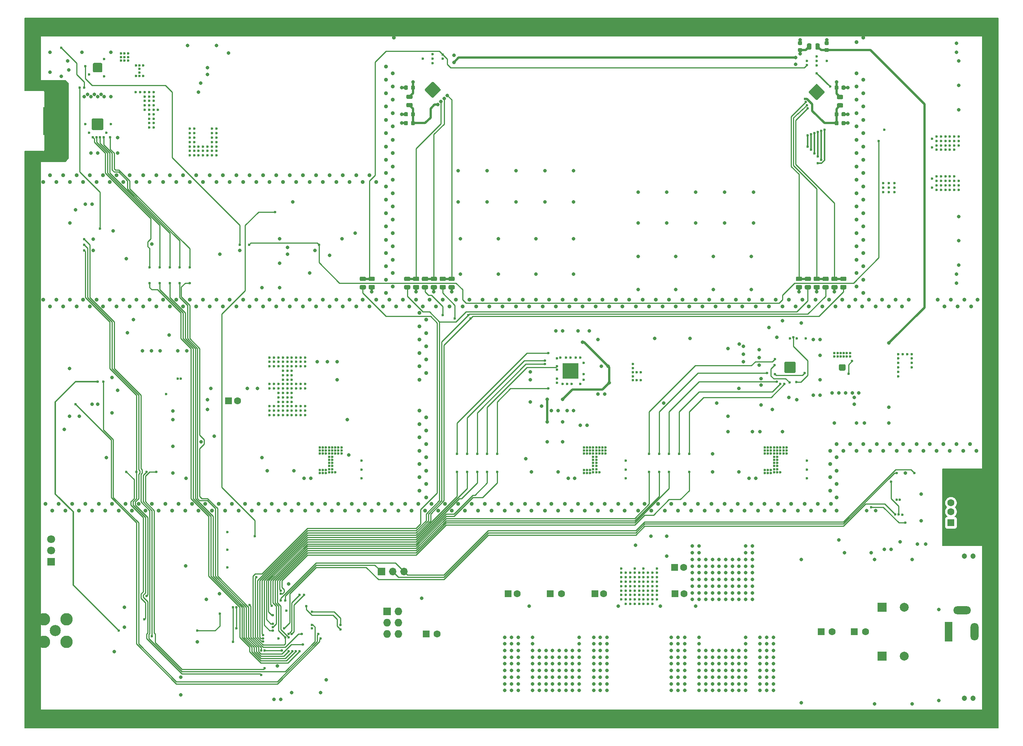
<source format=gbr>
G04 #@! TF.GenerationSoftware,KiCad,Pcbnew,(5.1.6)-1*
G04 #@! TF.CreationDate,2020-07-16T00:26:13+02:00*
G04 #@! TF.ProjectId,Hauptplatine,48617570-7470-46c6-9174-696e652e6b69,0*
G04 #@! TF.SameCoordinates,Original*
G04 #@! TF.FileFunction,Copper,L4,Bot*
G04 #@! TF.FilePolarity,Positive*
%FSLAX46Y46*%
G04 Gerber Fmt 4.6, Leading zero omitted, Abs format (unit mm)*
G04 Created by KiCad (PCBNEW (5.1.6)-1) date 2020-07-16 00:26:13*
%MOMM*%
%LPD*%
G01*
G04 APERTURE LIST*
G04 #@! TA.AperFunction,ComponentPad*
%ADD10R,1.600000X1.600000*%
G04 #@! TD*
G04 #@! TA.AperFunction,ComponentPad*
%ADD11C,1.600000*%
G04 #@! TD*
G04 #@! TA.AperFunction,ViaPad*
%ADD12C,0.600000*%
G04 #@! TD*
G04 #@! TA.AperFunction,ViaPad*
%ADD13C,0.500000*%
G04 #@! TD*
G04 #@! TA.AperFunction,ComponentPad*
%ADD14R,1.700000X1.700000*%
G04 #@! TD*
G04 #@! TA.AperFunction,ComponentPad*
%ADD15O,1.700000X1.700000*%
G04 #@! TD*
G04 #@! TA.AperFunction,ComponentPad*
%ADD16O,4.000000X1.800000*%
G04 #@! TD*
G04 #@! TA.AperFunction,ComponentPad*
%ADD17O,1.800000X4.000000*%
G04 #@! TD*
G04 #@! TA.AperFunction,ComponentPad*
%ADD18R,1.800000X4.400000*%
G04 #@! TD*
G04 #@! TA.AperFunction,ComponentPad*
%ADD19C,3.000000*%
G04 #@! TD*
G04 #@! TA.AperFunction,ComponentPad*
%ADD20R,1.727200X1.727200*%
G04 #@! TD*
G04 #@! TA.AperFunction,ComponentPad*
%ADD21O,1.727200X1.727200*%
G04 #@! TD*
G04 #@! TA.AperFunction,SMDPad,CuDef*
%ADD22R,2.184400X6.299200*%
G04 #@! TD*
G04 #@! TA.AperFunction,ComponentPad*
%ADD23C,2.800000*%
G04 #@! TD*
G04 #@! TA.AperFunction,ComponentPad*
%ADD24C,2.500000*%
G04 #@! TD*
G04 #@! TA.AperFunction,ComponentPad*
%ADD25R,1.800000X1.800000*%
G04 #@! TD*
G04 #@! TA.AperFunction,ComponentPad*
%ADD26C,1.800000*%
G04 #@! TD*
G04 #@! TA.AperFunction,ComponentPad*
%ADD27R,2.000000X2.000000*%
G04 #@! TD*
G04 #@! TA.AperFunction,ComponentPad*
%ADD28C,2.000000*%
G04 #@! TD*
G04 #@! TA.AperFunction,ViaPad*
%ADD29C,0.800000*%
G04 #@! TD*
G04 #@! TA.AperFunction,ViaPad*
%ADD30C,1.200000*%
G04 #@! TD*
G04 #@! TA.AperFunction,ViaPad*
%ADD31C,0.900000*%
G04 #@! TD*
G04 #@! TA.AperFunction,Conductor*
%ADD32C,0.500000*%
G04 #@! TD*
G04 #@! TA.AperFunction,Conductor*
%ADD33C,0.250000*%
G04 #@! TD*
G04 #@! TA.AperFunction,Conductor*
%ADD34C,0.350000*%
G04 #@! TD*
G04 #@! TA.AperFunction,Conductor*
%ADD35C,0.200000*%
G04 #@! TD*
G04 #@! TA.AperFunction,Conductor*
%ADD36C,0.100000*%
G04 #@! TD*
G04 APERTURE END LIST*
G04 #@! TA.AperFunction,SMDPad,CuDef*
G36*
G01*
X277550000Y-47793750D02*
X277550000Y-48706250D01*
G75*
G02*
X277306250Y-48950000I-243750J0D01*
G01*
X276818750Y-48950000D01*
G75*
G02*
X276575000Y-48706250I0J243750D01*
G01*
X276575000Y-47793750D01*
G75*
G02*
X276818750Y-47550000I243750J0D01*
G01*
X277306250Y-47550000D01*
G75*
G02*
X277550000Y-47793750I0J-243750D01*
G01*
G37*
G04 #@! TD.AperFunction*
G04 #@! TA.AperFunction,SMDPad,CuDef*
G36*
G01*
X279425000Y-47793750D02*
X279425000Y-48706250D01*
G75*
G02*
X279181250Y-48950000I-243750J0D01*
G01*
X278693750Y-48950000D01*
G75*
G02*
X278450000Y-48706250I0J243750D01*
G01*
X278450000Y-47793750D01*
G75*
G02*
X278693750Y-47550000I243750J0D01*
G01*
X279181250Y-47550000D01*
G75*
G02*
X279425000Y-47793750I0J-243750D01*
G01*
G37*
G04 #@! TD.AperFunction*
G04 #@! TA.AperFunction,SMDPad,CuDef*
G36*
G01*
X176956250Y-101050000D02*
X176043750Y-101050000D01*
G75*
G02*
X175800000Y-100806250I0J243750D01*
G01*
X175800000Y-100318750D01*
G75*
G02*
X176043750Y-100075000I243750J0D01*
G01*
X176956250Y-100075000D01*
G75*
G02*
X177200000Y-100318750I0J-243750D01*
G01*
X177200000Y-100806250D01*
G75*
G02*
X176956250Y-101050000I-243750J0D01*
G01*
G37*
G04 #@! TD.AperFunction*
G04 #@! TA.AperFunction,SMDPad,CuDef*
G36*
G01*
X176956250Y-102925000D02*
X176043750Y-102925000D01*
G75*
G02*
X175800000Y-102681250I0J243750D01*
G01*
X175800000Y-102193750D01*
G75*
G02*
X176043750Y-101950000I243750J0D01*
G01*
X176956250Y-101950000D01*
G75*
G02*
X177200000Y-102193750I0J-243750D01*
G01*
X177200000Y-102681250D01*
G75*
G02*
X176956250Y-102925000I-243750J0D01*
G01*
G37*
G04 #@! TD.AperFunction*
G04 #@! TA.AperFunction,SMDPad,CuDef*
G36*
G01*
X275256250Y-47900000D02*
X274743750Y-47900000D01*
G75*
G02*
X274525000Y-47681250I0J218750D01*
G01*
X274525000Y-47243750D01*
G75*
G02*
X274743750Y-47025000I218750J0D01*
G01*
X275256250Y-47025000D01*
G75*
G02*
X275475000Y-47243750I0J-218750D01*
G01*
X275475000Y-47681250D01*
G75*
G02*
X275256250Y-47900000I-218750J0D01*
G01*
G37*
G04 #@! TD.AperFunction*
G04 #@! TA.AperFunction,SMDPad,CuDef*
G36*
G01*
X275256250Y-49475000D02*
X274743750Y-49475000D01*
G75*
G02*
X274525000Y-49256250I0J218750D01*
G01*
X274525000Y-48818750D01*
G75*
G02*
X274743750Y-48600000I218750J0D01*
G01*
X275256250Y-48600000D01*
G75*
G02*
X275475000Y-48818750I0J-218750D01*
G01*
X275475000Y-49256250D01*
G75*
G02*
X275256250Y-49475000I-218750J0D01*
G01*
G37*
G04 #@! TD.AperFunction*
G04 #@! TA.AperFunction,SMDPad,CuDef*
G36*
G01*
X281256250Y-47900000D02*
X280743750Y-47900000D01*
G75*
G02*
X280525000Y-47681250I0J218750D01*
G01*
X280525000Y-47243750D01*
G75*
G02*
X280743750Y-47025000I218750J0D01*
G01*
X281256250Y-47025000D01*
G75*
G02*
X281475000Y-47243750I0J-218750D01*
G01*
X281475000Y-47681250D01*
G75*
G02*
X281256250Y-47900000I-218750J0D01*
G01*
G37*
G04 #@! TD.AperFunction*
G04 #@! TA.AperFunction,SMDPad,CuDef*
G36*
G01*
X281256250Y-49475000D02*
X280743750Y-49475000D01*
G75*
G02*
X280525000Y-49256250I0J218750D01*
G01*
X280525000Y-48818750D01*
G75*
G02*
X280743750Y-48600000I218750J0D01*
G01*
X281256250Y-48600000D01*
G75*
G02*
X281475000Y-48818750I0J-218750D01*
G01*
X281475000Y-49256250D01*
G75*
G02*
X281256250Y-49475000I-218750J0D01*
G01*
G37*
G04 #@! TD.AperFunction*
G04 #@! TA.AperFunction,SMDPad,CuDef*
G36*
G01*
X178043750Y-101950000D02*
X178956250Y-101950000D01*
G75*
G02*
X179200000Y-102193750I0J-243750D01*
G01*
X179200000Y-102681250D01*
G75*
G02*
X178956250Y-102925000I-243750J0D01*
G01*
X178043750Y-102925000D01*
G75*
G02*
X177800000Y-102681250I0J243750D01*
G01*
X177800000Y-102193750D01*
G75*
G02*
X178043750Y-101950000I243750J0D01*
G01*
G37*
G04 #@! TD.AperFunction*
G04 #@! TA.AperFunction,SMDPad,CuDef*
G36*
G01*
X178043750Y-100075000D02*
X178956250Y-100075000D01*
G75*
G02*
X179200000Y-100318750I0J-243750D01*
G01*
X179200000Y-100806250D01*
G75*
G02*
X178956250Y-101050000I-243750J0D01*
G01*
X178043750Y-101050000D01*
G75*
G02*
X177800000Y-100806250I0J243750D01*
G01*
X177800000Y-100318750D01*
G75*
G02*
X178043750Y-100075000I243750J0D01*
G01*
G37*
G04 #@! TD.AperFunction*
D10*
X190750000Y-180500000D03*
D11*
X193250000Y-180500000D03*
D12*
X117500000Y-52250000D03*
X117500000Y-53000000D03*
X117500000Y-53750000D03*
X116750000Y-52250000D03*
X116750000Y-53000000D03*
X116750000Y-53750000D03*
X116000000Y-52250000D03*
X116000000Y-53000000D03*
X116000000Y-53750000D03*
G04 #@! TA.AperFunction,Conductor*
G36*
G01*
X115950000Y-51950000D02*
X117550000Y-51950000D01*
G75*
G02*
X117800000Y-52200000I0J-250000D01*
G01*
X117800000Y-53800000D01*
G75*
G02*
X117550000Y-54050000I-250000J0D01*
G01*
X115950000Y-54050000D01*
G75*
G02*
X115700000Y-53800000I0J250000D01*
G01*
X115700000Y-52200000D01*
G75*
G02*
X115950000Y-51950000I250000J0D01*
G01*
G37*
G04 #@! TD.AperFunction*
D13*
X117800000Y-66800000D03*
X116750000Y-66800000D03*
X115700000Y-66800000D03*
X117800000Y-65750000D03*
X116750000Y-65750000D03*
X115700000Y-65750000D03*
X117800000Y-64700000D03*
X116750000Y-64700000D03*
X115700000Y-64700000D03*
G04 #@! TA.AperFunction,Conductor*
G36*
G01*
X118050000Y-64700000D02*
X118050000Y-66800000D01*
G75*
G02*
X117800000Y-67050000I-250000J0D01*
G01*
X115700000Y-67050000D01*
G75*
G02*
X115450000Y-66800000I0J250000D01*
G01*
X115450000Y-64700000D01*
G75*
G02*
X115700000Y-64450000I250000J0D01*
G01*
X117800000Y-64450000D01*
G75*
G02*
X118050000Y-64700000I0J-250000D01*
G01*
G37*
G04 #@! TD.AperFunction*
G04 #@! TA.AperFunction,Conductor*
G36*
G01*
X192073223Y-59732411D02*
X190517589Y-58176777D01*
G75*
G02*
X190517589Y-57823223I176777J176777D01*
G01*
X192073223Y-56267589D01*
G75*
G02*
X192426777Y-56267589I176777J-176777D01*
G01*
X193982411Y-57823223D01*
G75*
G02*
X193982411Y-58176777I-176777J-176777D01*
G01*
X192426777Y-59732411D01*
G75*
G02*
X192073223Y-59732411I-176777J176777D01*
G01*
G37*
G04 #@! TD.AperFunction*
X193805635Y-58000000D03*
X193027817Y-58777817D03*
X192250000Y-59555635D03*
X193027817Y-57222183D03*
X192250000Y-58000000D03*
X191472183Y-58777817D03*
X192250000Y-56444365D03*
X191472183Y-57222183D03*
X190694365Y-58000000D03*
G04 #@! TA.AperFunction,Conductor*
G36*
G01*
X277017589Y-58323223D02*
X278573223Y-56767589D01*
G75*
G02*
X278926777Y-56767589I176777J-176777D01*
G01*
X280482411Y-58323223D01*
G75*
G02*
X280482411Y-58676777I-176777J-176777D01*
G01*
X278926777Y-60232411D01*
G75*
G02*
X278573223Y-60232411I-176777J176777D01*
G01*
X277017589Y-58676777D01*
G75*
G02*
X277017589Y-58323223I176777J176777D01*
G01*
G37*
G04 #@! TD.AperFunction*
X278750000Y-60055635D03*
X277972183Y-59277817D03*
X277194365Y-58500000D03*
X279527817Y-59277817D03*
X278750000Y-58500000D03*
X277972183Y-57722183D03*
X280305635Y-58500000D03*
X279527817Y-57722183D03*
X278750000Y-56944365D03*
X271750000Y-121500000D03*
X271750000Y-120500000D03*
X271750000Y-119500000D03*
X272750000Y-121500000D03*
X272750000Y-120500000D03*
X272750000Y-119500000D03*
X273750000Y-121500000D03*
X273750000Y-120500000D03*
X273750000Y-119500000D03*
G04 #@! TA.AperFunction,Conductor*
G36*
G01*
X273750000Y-121750000D02*
X271750000Y-121750000D01*
G75*
G02*
X271500000Y-121500000I0J250000D01*
G01*
X271500000Y-119500000D01*
G75*
G02*
X271750000Y-119250000I250000J0D01*
G01*
X273750000Y-119250000D01*
G75*
G02*
X274000000Y-119500000I0J-250000D01*
G01*
X274000000Y-121500000D01*
G75*
G02*
X273750000Y-121750000I-250000J0D01*
G01*
G37*
G04 #@! TD.AperFunction*
D12*
X284075000Y-120075000D03*
X284925000Y-120075000D03*
X284075000Y-120925000D03*
X284925000Y-120925000D03*
G04 #@! TA.AperFunction,Conductor*
G36*
G01*
X283775000Y-120975000D02*
X283775000Y-120025000D01*
G75*
G02*
X284025000Y-119775000I250000J0D01*
G01*
X284975000Y-119775000D01*
G75*
G02*
X285225000Y-120025000I0J-250000D01*
G01*
X285225000Y-120975000D01*
G75*
G02*
X284975000Y-121225000I-250000J0D01*
G01*
X284025000Y-121225000D01*
G75*
G02*
X283775000Y-120975000I0J250000D01*
G01*
G37*
G04 #@! TD.AperFunction*
D14*
X180710000Y-166500000D03*
D15*
X183250000Y-166500000D03*
X185790000Y-166500000D03*
D16*
X311500000Y-175200000D03*
D17*
X314300000Y-180000000D03*
D18*
X308500000Y-180000000D03*
D19*
X311710000Y-145430000D03*
X311710000Y-158570000D03*
D10*
X309000000Y-155500000D03*
D11*
X309000000Y-153000000D03*
X309000000Y-151000000D03*
X309000000Y-148500000D03*
D20*
X182000000Y-175460000D03*
D21*
X184540000Y-175460000D03*
X182000000Y-178000000D03*
X184540000Y-178000000D03*
X182000000Y-180540000D03*
X184540000Y-180540000D03*
D22*
X105592200Y-65000000D03*
D23*
X109790000Y-182290000D03*
X104710000Y-182290000D03*
X109790000Y-177210000D03*
X104710000Y-177210000D03*
D24*
X107250000Y-179750000D03*
G04 #@! TA.AperFunction,SMDPad,CuDef*
G36*
G01*
X186043750Y-100075000D02*
X186956250Y-100075000D01*
G75*
G02*
X187200000Y-100318750I0J-243750D01*
G01*
X187200000Y-100806250D01*
G75*
G02*
X186956250Y-101050000I-243750J0D01*
G01*
X186043750Y-101050000D01*
G75*
G02*
X185800000Y-100806250I0J243750D01*
G01*
X185800000Y-100318750D01*
G75*
G02*
X186043750Y-100075000I243750J0D01*
G01*
G37*
G04 #@! TD.AperFunction*
G04 #@! TA.AperFunction,SMDPad,CuDef*
G36*
G01*
X186043750Y-101950000D02*
X186956250Y-101950000D01*
G75*
G02*
X187200000Y-102193750I0J-243750D01*
G01*
X187200000Y-102681250D01*
G75*
G02*
X186956250Y-102925000I-243750J0D01*
G01*
X186043750Y-102925000D01*
G75*
G02*
X185800000Y-102681250I0J243750D01*
G01*
X185800000Y-102193750D01*
G75*
G02*
X186043750Y-101950000I243750J0D01*
G01*
G37*
G04 #@! TD.AperFunction*
G04 #@! TA.AperFunction,SMDPad,CuDef*
G36*
G01*
X277206250Y-102925000D02*
X276293750Y-102925000D01*
G75*
G02*
X276050000Y-102681250I0J243750D01*
G01*
X276050000Y-102193750D01*
G75*
G02*
X276293750Y-101950000I243750J0D01*
G01*
X277206250Y-101950000D01*
G75*
G02*
X277450000Y-102193750I0J-243750D01*
G01*
X277450000Y-102681250D01*
G75*
G02*
X277206250Y-102925000I-243750J0D01*
G01*
G37*
G04 #@! TD.AperFunction*
G04 #@! TA.AperFunction,SMDPad,CuDef*
G36*
G01*
X277206250Y-101050000D02*
X276293750Y-101050000D01*
G75*
G02*
X276050000Y-100806250I0J243750D01*
G01*
X276050000Y-100318750D01*
G75*
G02*
X276293750Y-100075000I243750J0D01*
G01*
X277206250Y-100075000D01*
G75*
G02*
X277450000Y-100318750I0J-243750D01*
G01*
X277450000Y-100806250D01*
G75*
G02*
X277206250Y-101050000I-243750J0D01*
G01*
G37*
G04 #@! TD.AperFunction*
G04 #@! TA.AperFunction,SMDPad,CuDef*
G36*
G01*
X190043750Y-100075000D02*
X190956250Y-100075000D01*
G75*
G02*
X191200000Y-100318750I0J-243750D01*
G01*
X191200000Y-100806250D01*
G75*
G02*
X190956250Y-101050000I-243750J0D01*
G01*
X190043750Y-101050000D01*
G75*
G02*
X189800000Y-100806250I0J243750D01*
G01*
X189800000Y-100318750D01*
G75*
G02*
X190043750Y-100075000I243750J0D01*
G01*
G37*
G04 #@! TD.AperFunction*
G04 #@! TA.AperFunction,SMDPad,CuDef*
G36*
G01*
X190043750Y-101950000D02*
X190956250Y-101950000D01*
G75*
G02*
X191200000Y-102193750I0J-243750D01*
G01*
X191200000Y-102681250D01*
G75*
G02*
X190956250Y-102925000I-243750J0D01*
G01*
X190043750Y-102925000D01*
G75*
G02*
X189800000Y-102681250I0J243750D01*
G01*
X189800000Y-102193750D01*
G75*
G02*
X190043750Y-101950000I243750J0D01*
G01*
G37*
G04 #@! TD.AperFunction*
G04 #@! TA.AperFunction,SMDPad,CuDef*
G36*
G01*
X281206250Y-102925000D02*
X280293750Y-102925000D01*
G75*
G02*
X280050000Y-102681250I0J243750D01*
G01*
X280050000Y-102193750D01*
G75*
G02*
X280293750Y-101950000I243750J0D01*
G01*
X281206250Y-101950000D01*
G75*
G02*
X281450000Y-102193750I0J-243750D01*
G01*
X281450000Y-102681250D01*
G75*
G02*
X281206250Y-102925000I-243750J0D01*
G01*
G37*
G04 #@! TD.AperFunction*
G04 #@! TA.AperFunction,SMDPad,CuDef*
G36*
G01*
X281206250Y-101050000D02*
X280293750Y-101050000D01*
G75*
G02*
X280050000Y-100806250I0J243750D01*
G01*
X280050000Y-100318750D01*
G75*
G02*
X280293750Y-100075000I243750J0D01*
G01*
X281206250Y-100075000D01*
G75*
G02*
X281450000Y-100318750I0J-243750D01*
G01*
X281450000Y-100806250D01*
G75*
G02*
X281206250Y-101050000I-243750J0D01*
G01*
G37*
G04 #@! TD.AperFunction*
G04 #@! TA.AperFunction,SMDPad,CuDef*
G36*
G01*
X194043750Y-100075000D02*
X194956250Y-100075000D01*
G75*
G02*
X195200000Y-100318750I0J-243750D01*
G01*
X195200000Y-100806250D01*
G75*
G02*
X194956250Y-101050000I-243750J0D01*
G01*
X194043750Y-101050000D01*
G75*
G02*
X193800000Y-100806250I0J243750D01*
G01*
X193800000Y-100318750D01*
G75*
G02*
X194043750Y-100075000I243750J0D01*
G01*
G37*
G04 #@! TD.AperFunction*
G04 #@! TA.AperFunction,SMDPad,CuDef*
G36*
G01*
X194043750Y-101950000D02*
X194956250Y-101950000D01*
G75*
G02*
X195200000Y-102193750I0J-243750D01*
G01*
X195200000Y-102681250D01*
G75*
G02*
X194956250Y-102925000I-243750J0D01*
G01*
X194043750Y-102925000D01*
G75*
G02*
X193800000Y-102681250I0J243750D01*
G01*
X193800000Y-102193750D01*
G75*
G02*
X194043750Y-101950000I243750J0D01*
G01*
G37*
G04 #@! TD.AperFunction*
G04 #@! TA.AperFunction,SMDPad,CuDef*
G36*
G01*
X285206250Y-102925000D02*
X284293750Y-102925000D01*
G75*
G02*
X284050000Y-102681250I0J243750D01*
G01*
X284050000Y-102193750D01*
G75*
G02*
X284293750Y-101950000I243750J0D01*
G01*
X285206250Y-101950000D01*
G75*
G02*
X285450000Y-102193750I0J-243750D01*
G01*
X285450000Y-102681250D01*
G75*
G02*
X285206250Y-102925000I-243750J0D01*
G01*
G37*
G04 #@! TD.AperFunction*
G04 #@! TA.AperFunction,SMDPad,CuDef*
G36*
G01*
X285206250Y-101050000D02*
X284293750Y-101050000D01*
G75*
G02*
X284050000Y-100806250I0J243750D01*
G01*
X284050000Y-100318750D01*
G75*
G02*
X284293750Y-100075000I243750J0D01*
G01*
X285206250Y-100075000D01*
G75*
G02*
X285450000Y-100318750I0J-243750D01*
G01*
X285450000Y-100806250D01*
G75*
G02*
X285206250Y-101050000I-243750J0D01*
G01*
G37*
G04 #@! TD.AperFunction*
G04 #@! TA.AperFunction,SMDPad,CuDef*
G36*
G01*
X186543750Y-60950000D02*
X187456250Y-60950000D01*
G75*
G02*
X187700000Y-61193750I0J-243750D01*
G01*
X187700000Y-61681250D01*
G75*
G02*
X187456250Y-61925000I-243750J0D01*
G01*
X186543750Y-61925000D01*
G75*
G02*
X186300000Y-61681250I0J243750D01*
G01*
X186300000Y-61193750D01*
G75*
G02*
X186543750Y-60950000I243750J0D01*
G01*
G37*
G04 #@! TD.AperFunction*
G04 #@! TA.AperFunction,SMDPad,CuDef*
G36*
G01*
X186543750Y-59075000D02*
X187456250Y-59075000D01*
G75*
G02*
X187700000Y-59318750I0J-243750D01*
G01*
X187700000Y-59806250D01*
G75*
G02*
X187456250Y-60050000I-243750J0D01*
G01*
X186543750Y-60050000D01*
G75*
G02*
X186300000Y-59806250I0J243750D01*
G01*
X186300000Y-59318750D01*
G75*
G02*
X186543750Y-59075000I243750J0D01*
G01*
G37*
G04 #@! TD.AperFunction*
G04 #@! TA.AperFunction,SMDPad,CuDef*
G36*
G01*
X283543750Y-61012500D02*
X284456250Y-61012500D01*
G75*
G02*
X284700000Y-61256250I0J-243750D01*
G01*
X284700000Y-61743750D01*
G75*
G02*
X284456250Y-61987500I-243750J0D01*
G01*
X283543750Y-61987500D01*
G75*
G02*
X283300000Y-61743750I0J243750D01*
G01*
X283300000Y-61256250D01*
G75*
G02*
X283543750Y-61012500I243750J0D01*
G01*
G37*
G04 #@! TD.AperFunction*
G04 #@! TA.AperFunction,SMDPad,CuDef*
G36*
G01*
X283543750Y-59137500D02*
X284456250Y-59137500D01*
G75*
G02*
X284700000Y-59381250I0J-243750D01*
G01*
X284700000Y-59868750D01*
G75*
G02*
X284456250Y-60112500I-243750J0D01*
G01*
X283543750Y-60112500D01*
G75*
G02*
X283300000Y-59868750I0J243750D01*
G01*
X283300000Y-59381250D01*
G75*
G02*
X283543750Y-59137500I243750J0D01*
G01*
G37*
G04 #@! TD.AperFunction*
D25*
X106250000Y-164290000D03*
D26*
X106250000Y-161750000D03*
X106250000Y-159210000D03*
D10*
X228750000Y-171500000D03*
D11*
X230750000Y-171500000D03*
D10*
X246750000Y-165500000D03*
D11*
X248750000Y-165500000D03*
D10*
X287250000Y-180000000D03*
D11*
X289750000Y-180000000D03*
D27*
X293500000Y-174500000D03*
D28*
X298500000Y-174500000D03*
D10*
X209250000Y-171500000D03*
D11*
X211250000Y-171500000D03*
D10*
X218750000Y-171500000D03*
D11*
X221250000Y-171500000D03*
D10*
X246850000Y-171500000D03*
D11*
X248850000Y-171500000D03*
D10*
X279750000Y-180000000D03*
D11*
X282250000Y-180000000D03*
D27*
X293500000Y-185500000D03*
D28*
X298500000Y-185500000D03*
G04 #@! TA.AperFunction,SMDPad,CuDef*
G36*
G01*
X188043750Y-100075000D02*
X188956250Y-100075000D01*
G75*
G02*
X189200000Y-100318750I0J-243750D01*
G01*
X189200000Y-100806250D01*
G75*
G02*
X188956250Y-101050000I-243750J0D01*
G01*
X188043750Y-101050000D01*
G75*
G02*
X187800000Y-100806250I0J243750D01*
G01*
X187800000Y-100318750D01*
G75*
G02*
X188043750Y-100075000I243750J0D01*
G01*
G37*
G04 #@! TD.AperFunction*
G04 #@! TA.AperFunction,SMDPad,CuDef*
G36*
G01*
X188043750Y-101950000D02*
X188956250Y-101950000D01*
G75*
G02*
X189200000Y-102193750I0J-243750D01*
G01*
X189200000Y-102681250D01*
G75*
G02*
X188956250Y-102925000I-243750J0D01*
G01*
X188043750Y-102925000D01*
G75*
G02*
X187800000Y-102681250I0J243750D01*
G01*
X187800000Y-102193750D01*
G75*
G02*
X188043750Y-101950000I243750J0D01*
G01*
G37*
G04 #@! TD.AperFunction*
G04 #@! TA.AperFunction,SMDPad,CuDef*
G36*
G01*
X192043750Y-100075000D02*
X192956250Y-100075000D01*
G75*
G02*
X193200000Y-100318750I0J-243750D01*
G01*
X193200000Y-100806250D01*
G75*
G02*
X192956250Y-101050000I-243750J0D01*
G01*
X192043750Y-101050000D01*
G75*
G02*
X191800000Y-100806250I0J243750D01*
G01*
X191800000Y-100318750D01*
G75*
G02*
X192043750Y-100075000I243750J0D01*
G01*
G37*
G04 #@! TD.AperFunction*
G04 #@! TA.AperFunction,SMDPad,CuDef*
G36*
G01*
X192043750Y-101950000D02*
X192956250Y-101950000D01*
G75*
G02*
X193200000Y-102193750I0J-243750D01*
G01*
X193200000Y-102681250D01*
G75*
G02*
X192956250Y-102925000I-243750J0D01*
G01*
X192043750Y-102925000D01*
G75*
G02*
X191800000Y-102681250I0J243750D01*
G01*
X191800000Y-102193750D01*
G75*
G02*
X192043750Y-101950000I243750J0D01*
G01*
G37*
G04 #@! TD.AperFunction*
G04 #@! TA.AperFunction,SMDPad,CuDef*
G36*
G01*
X196043750Y-100075000D02*
X196956250Y-100075000D01*
G75*
G02*
X197200000Y-100318750I0J-243750D01*
G01*
X197200000Y-100806250D01*
G75*
G02*
X196956250Y-101050000I-243750J0D01*
G01*
X196043750Y-101050000D01*
G75*
G02*
X195800000Y-100806250I0J243750D01*
G01*
X195800000Y-100318750D01*
G75*
G02*
X196043750Y-100075000I243750J0D01*
G01*
G37*
G04 #@! TD.AperFunction*
G04 #@! TA.AperFunction,SMDPad,CuDef*
G36*
G01*
X196043750Y-101950000D02*
X196956250Y-101950000D01*
G75*
G02*
X197200000Y-102193750I0J-243750D01*
G01*
X197200000Y-102681250D01*
G75*
G02*
X196956250Y-102925000I-243750J0D01*
G01*
X196043750Y-102925000D01*
G75*
G02*
X195800000Y-102681250I0J243750D01*
G01*
X195800000Y-102193750D01*
G75*
G02*
X196043750Y-101950000I243750J0D01*
G01*
G37*
G04 #@! TD.AperFunction*
G04 #@! TA.AperFunction,SMDPad,CuDef*
G36*
G01*
X282293750Y-100075000D02*
X283206250Y-100075000D01*
G75*
G02*
X283450000Y-100318750I0J-243750D01*
G01*
X283450000Y-100806250D01*
G75*
G02*
X283206250Y-101050000I-243750J0D01*
G01*
X282293750Y-101050000D01*
G75*
G02*
X282050000Y-100806250I0J243750D01*
G01*
X282050000Y-100318750D01*
G75*
G02*
X282293750Y-100075000I243750J0D01*
G01*
G37*
G04 #@! TD.AperFunction*
G04 #@! TA.AperFunction,SMDPad,CuDef*
G36*
G01*
X282293750Y-101950000D02*
X283206250Y-101950000D01*
G75*
G02*
X283450000Y-102193750I0J-243750D01*
G01*
X283450000Y-102681250D01*
G75*
G02*
X283206250Y-102925000I-243750J0D01*
G01*
X282293750Y-102925000D01*
G75*
G02*
X282050000Y-102681250I0J243750D01*
G01*
X282050000Y-102193750D01*
G75*
G02*
X282293750Y-101950000I243750J0D01*
G01*
G37*
G04 #@! TD.AperFunction*
G04 #@! TA.AperFunction,SMDPad,CuDef*
G36*
G01*
X278293750Y-100075000D02*
X279206250Y-100075000D01*
G75*
G02*
X279450000Y-100318750I0J-243750D01*
G01*
X279450000Y-100806250D01*
G75*
G02*
X279206250Y-101050000I-243750J0D01*
G01*
X278293750Y-101050000D01*
G75*
G02*
X278050000Y-100806250I0J243750D01*
G01*
X278050000Y-100318750D01*
G75*
G02*
X278293750Y-100075000I243750J0D01*
G01*
G37*
G04 #@! TD.AperFunction*
G04 #@! TA.AperFunction,SMDPad,CuDef*
G36*
G01*
X278293750Y-101950000D02*
X279206250Y-101950000D01*
G75*
G02*
X279450000Y-102193750I0J-243750D01*
G01*
X279450000Y-102681250D01*
G75*
G02*
X279206250Y-102925000I-243750J0D01*
G01*
X278293750Y-102925000D01*
G75*
G02*
X278050000Y-102681250I0J243750D01*
G01*
X278050000Y-102193750D01*
G75*
G02*
X278293750Y-101950000I243750J0D01*
G01*
G37*
G04 #@! TD.AperFunction*
G04 #@! TA.AperFunction,SMDPad,CuDef*
G36*
G01*
X274293750Y-100075000D02*
X275206250Y-100075000D01*
G75*
G02*
X275450000Y-100318750I0J-243750D01*
G01*
X275450000Y-100806250D01*
G75*
G02*
X275206250Y-101050000I-243750J0D01*
G01*
X274293750Y-101050000D01*
G75*
G02*
X274050000Y-100806250I0J243750D01*
G01*
X274050000Y-100318750D01*
G75*
G02*
X274293750Y-100075000I243750J0D01*
G01*
G37*
G04 #@! TD.AperFunction*
G04 #@! TA.AperFunction,SMDPad,CuDef*
G36*
G01*
X274293750Y-101950000D02*
X275206250Y-101950000D01*
G75*
G02*
X275450000Y-102193750I0J-243750D01*
G01*
X275450000Y-102681250D01*
G75*
G02*
X275206250Y-102925000I-243750J0D01*
G01*
X274293750Y-102925000D01*
G75*
G02*
X274050000Y-102681250I0J243750D01*
G01*
X274050000Y-102193750D01*
G75*
G02*
X274293750Y-101950000I243750J0D01*
G01*
G37*
G04 #@! TD.AperFunction*
G04 #@! TA.AperFunction,SMDPad,CuDef*
G36*
G01*
X186650000Y-65243750D02*
X186650000Y-65756250D01*
G75*
G02*
X186431250Y-65975000I-218750J0D01*
G01*
X185993750Y-65975000D01*
G75*
G02*
X185775000Y-65756250I0J218750D01*
G01*
X185775000Y-65243750D01*
G75*
G02*
X185993750Y-65025000I218750J0D01*
G01*
X186431250Y-65025000D01*
G75*
G02*
X186650000Y-65243750I0J-218750D01*
G01*
G37*
G04 #@! TD.AperFunction*
G04 #@! TA.AperFunction,SMDPad,CuDef*
G36*
G01*
X188225000Y-65243750D02*
X188225000Y-65756250D01*
G75*
G02*
X188006250Y-65975000I-218750J0D01*
G01*
X187568750Y-65975000D01*
G75*
G02*
X187350000Y-65756250I0J218750D01*
G01*
X187350000Y-65243750D01*
G75*
G02*
X187568750Y-65025000I218750J0D01*
G01*
X188006250Y-65025000D01*
G75*
G02*
X188225000Y-65243750I0J-218750D01*
G01*
G37*
G04 #@! TD.AperFunction*
G04 #@! TA.AperFunction,SMDPad,CuDef*
G36*
G01*
X186650000Y-63243750D02*
X186650000Y-63756250D01*
G75*
G02*
X186431250Y-63975000I-218750J0D01*
G01*
X185993750Y-63975000D01*
G75*
G02*
X185775000Y-63756250I0J218750D01*
G01*
X185775000Y-63243750D01*
G75*
G02*
X185993750Y-63025000I218750J0D01*
G01*
X186431250Y-63025000D01*
G75*
G02*
X186650000Y-63243750I0J-218750D01*
G01*
G37*
G04 #@! TD.AperFunction*
G04 #@! TA.AperFunction,SMDPad,CuDef*
G36*
G01*
X188225000Y-63243750D02*
X188225000Y-63756250D01*
G75*
G02*
X188006250Y-63975000I-218750J0D01*
G01*
X187568750Y-63975000D01*
G75*
G02*
X187350000Y-63756250I0J218750D01*
G01*
X187350000Y-63243750D01*
G75*
G02*
X187568750Y-63025000I218750J0D01*
G01*
X188006250Y-63025000D01*
G75*
G02*
X188225000Y-63243750I0J-218750D01*
G01*
G37*
G04 #@! TD.AperFunction*
G04 #@! TA.AperFunction,SMDPad,CuDef*
G36*
G01*
X186650000Y-57243750D02*
X186650000Y-57756250D01*
G75*
G02*
X186431250Y-57975000I-218750J0D01*
G01*
X185993750Y-57975000D01*
G75*
G02*
X185775000Y-57756250I0J218750D01*
G01*
X185775000Y-57243750D01*
G75*
G02*
X185993750Y-57025000I218750J0D01*
G01*
X186431250Y-57025000D01*
G75*
G02*
X186650000Y-57243750I0J-218750D01*
G01*
G37*
G04 #@! TD.AperFunction*
G04 #@! TA.AperFunction,SMDPad,CuDef*
G36*
G01*
X188225000Y-57243750D02*
X188225000Y-57756250D01*
G75*
G02*
X188006250Y-57975000I-218750J0D01*
G01*
X187568750Y-57975000D01*
G75*
G02*
X187350000Y-57756250I0J218750D01*
G01*
X187350000Y-57243750D01*
G75*
G02*
X187568750Y-57025000I218750J0D01*
G01*
X188006250Y-57025000D01*
G75*
G02*
X188225000Y-57243750I0J-218750D01*
G01*
G37*
G04 #@! TD.AperFunction*
G04 #@! TA.AperFunction,SMDPad,CuDef*
G36*
G01*
X284350000Y-65756250D02*
X284350000Y-65243750D01*
G75*
G02*
X284568750Y-65025000I218750J0D01*
G01*
X285006250Y-65025000D01*
G75*
G02*
X285225000Y-65243750I0J-218750D01*
G01*
X285225000Y-65756250D01*
G75*
G02*
X285006250Y-65975000I-218750J0D01*
G01*
X284568750Y-65975000D01*
G75*
G02*
X284350000Y-65756250I0J218750D01*
G01*
G37*
G04 #@! TD.AperFunction*
G04 #@! TA.AperFunction,SMDPad,CuDef*
G36*
G01*
X282775000Y-65756250D02*
X282775000Y-65243750D01*
G75*
G02*
X282993750Y-65025000I218750J0D01*
G01*
X283431250Y-65025000D01*
G75*
G02*
X283650000Y-65243750I0J-218750D01*
G01*
X283650000Y-65756250D01*
G75*
G02*
X283431250Y-65975000I-218750J0D01*
G01*
X282993750Y-65975000D01*
G75*
G02*
X282775000Y-65756250I0J218750D01*
G01*
G37*
G04 #@! TD.AperFunction*
G04 #@! TA.AperFunction,SMDPad,CuDef*
G36*
G01*
X284350000Y-63756250D02*
X284350000Y-63243750D01*
G75*
G02*
X284568750Y-63025000I218750J0D01*
G01*
X285006250Y-63025000D01*
G75*
G02*
X285225000Y-63243750I0J-218750D01*
G01*
X285225000Y-63756250D01*
G75*
G02*
X285006250Y-63975000I-218750J0D01*
G01*
X284568750Y-63975000D01*
G75*
G02*
X284350000Y-63756250I0J218750D01*
G01*
G37*
G04 #@! TD.AperFunction*
G04 #@! TA.AperFunction,SMDPad,CuDef*
G36*
G01*
X282775000Y-63756250D02*
X282775000Y-63243750D01*
G75*
G02*
X282993750Y-63025000I218750J0D01*
G01*
X283431250Y-63025000D01*
G75*
G02*
X283650000Y-63243750I0J-218750D01*
G01*
X283650000Y-63756250D01*
G75*
G02*
X283431250Y-63975000I-218750J0D01*
G01*
X282993750Y-63975000D01*
G75*
G02*
X282775000Y-63756250I0J218750D01*
G01*
G37*
G04 #@! TD.AperFunction*
G04 #@! TA.AperFunction,SMDPad,CuDef*
G36*
G01*
X284350000Y-57756250D02*
X284350000Y-57243750D01*
G75*
G02*
X284568750Y-57025000I218750J0D01*
G01*
X285006250Y-57025000D01*
G75*
G02*
X285225000Y-57243750I0J-218750D01*
G01*
X285225000Y-57756250D01*
G75*
G02*
X285006250Y-57975000I-218750J0D01*
G01*
X284568750Y-57975000D01*
G75*
G02*
X284350000Y-57756250I0J218750D01*
G01*
G37*
G04 #@! TD.AperFunction*
G04 #@! TA.AperFunction,SMDPad,CuDef*
G36*
G01*
X282775000Y-57756250D02*
X282775000Y-57243750D01*
G75*
G02*
X282993750Y-57025000I218750J0D01*
G01*
X283431250Y-57025000D01*
G75*
G02*
X283650000Y-57243750I0J-218750D01*
G01*
X283650000Y-57756250D01*
G75*
G02*
X283431250Y-57975000I-218750J0D01*
G01*
X282993750Y-57975000D01*
G75*
G02*
X282775000Y-57756250I0J218750D01*
G01*
G37*
G04 #@! TD.AperFunction*
D10*
X146250000Y-128000000D03*
D11*
X148250000Y-128000000D03*
D29*
X261287500Y-115250000D03*
X168250000Y-190812500D03*
X144187500Y-171500000D03*
X110500000Y-87937500D03*
X140062500Y-137250000D03*
X136562500Y-165200000D03*
X122750000Y-174500000D03*
X283750000Y-159312500D03*
X216787500Y-129250000D03*
X187787500Y-56250000D03*
X255250000Y-140000000D03*
X108537500Y-55000000D03*
X121250000Y-68750000D03*
X153750000Y-140812500D03*
X310250000Y-47500000D03*
X310250000Y-101500000D03*
X146250000Y-49750000D03*
X153750000Y-102500000D03*
X164500000Y-99250000D03*
X171812500Y-91500000D03*
X283212500Y-56250000D03*
X173312500Y-140250000D03*
X170750000Y-123250000D03*
X109250000Y-134437500D03*
X136687500Y-145500000D03*
X213250000Y-141062500D03*
X123500000Y-112687500D03*
X268787500Y-130000000D03*
X121250000Y-125687500D03*
X258750000Y-131500000D03*
X295000000Y-129500000D03*
X295000000Y-115000000D03*
D12*
X238750000Y-173750000D03*
X238750000Y-172750000D03*
X238750000Y-171750000D03*
X238750000Y-170750000D03*
X238750000Y-169750000D03*
X238750000Y-168750000D03*
X238750000Y-167750000D03*
X238750000Y-166750000D03*
X237750000Y-173750000D03*
X237750000Y-171750000D03*
X237750000Y-172750000D03*
X237750000Y-170750000D03*
X237750000Y-167750000D03*
X237750000Y-168750000D03*
X237750000Y-169750000D03*
X236750000Y-172750000D03*
X236750000Y-171750000D03*
X236750000Y-168750000D03*
X236750000Y-173750000D03*
X236750000Y-167750000D03*
X236750000Y-170750000D03*
X236750000Y-169750000D03*
X235750000Y-168750000D03*
X235750000Y-169750000D03*
X234750000Y-168750000D03*
X234750000Y-169750000D03*
X239750000Y-171750000D03*
X239750000Y-173750000D03*
X239750000Y-167750000D03*
X239750000Y-170750000D03*
X239750000Y-168750000D03*
X239750000Y-169750000D03*
X239750000Y-172750000D03*
X240750000Y-167750000D03*
X240750000Y-168750000D03*
X240750000Y-173750000D03*
X240750000Y-169750000D03*
X240750000Y-170750000D03*
X240750000Y-172750000D03*
X240750000Y-171750000D03*
X239750000Y-165750000D03*
X237750000Y-165750000D03*
X242750000Y-165750000D03*
X234750000Y-165750000D03*
X242750000Y-171750000D03*
X242750000Y-170750000D03*
X242750000Y-168750000D03*
X242750000Y-166750000D03*
X242750000Y-169750000D03*
X242750000Y-167750000D03*
X242750000Y-172750000D03*
X241750000Y-170750000D03*
X241750000Y-171750000D03*
X241750000Y-173750000D03*
X241750000Y-172750000D03*
X241750000Y-166750000D03*
X241750000Y-168750000D03*
X241750000Y-169750000D03*
X241750000Y-167750000D03*
X240750000Y-166750000D03*
X239750000Y-166750000D03*
X234750000Y-172750000D03*
X234750000Y-170750000D03*
X234750000Y-167750000D03*
X234750000Y-166750000D03*
X234750000Y-171750000D03*
X235750000Y-167750000D03*
X235750000Y-171750000D03*
X235750000Y-166750000D03*
X235750000Y-172750000D03*
X235750000Y-170750000D03*
X235750000Y-173750000D03*
X236750000Y-166750000D03*
X237750000Y-166750000D03*
D29*
X218000000Y-137250000D03*
D12*
X292750000Y-69537500D03*
X150865000Y-92885000D03*
X166635000Y-92885000D03*
X276750000Y-68250000D03*
X276750000Y-70750000D03*
X277500000Y-68000014D03*
X277500000Y-71500000D03*
X278250000Y-67750000D03*
X278250000Y-72325010D03*
X279000000Y-67500000D03*
X278999990Y-73000000D03*
X279750000Y-67250000D03*
X279750000Y-73750000D03*
X280500000Y-67000000D03*
X279000000Y-74500000D03*
X200750000Y-109500000D03*
X197250000Y-109500000D03*
X154000000Y-180750000D03*
X194500000Y-108750000D03*
X200250000Y-108750000D03*
X154000000Y-181500000D03*
X154000000Y-182250000D03*
X281750000Y-57250000D03*
X278750000Y-54250000D03*
X113750000Y-57500000D03*
X108537500Y-48500000D03*
X121500000Y-179750000D03*
X116790000Y-123750000D03*
X130000000Y-144000000D03*
X158250000Y-184250000D03*
X154400000Y-188200000D03*
X154400000Y-184250000D03*
X159750000Y-180500000D03*
X162250000Y-171750000D03*
X125500000Y-144000000D03*
X113750000Y-94155000D03*
X153600000Y-184250000D03*
X153600000Y-189750000D03*
X204500000Y-144000000D03*
X155950000Y-174150000D03*
X151000000Y-174000000D03*
X123250000Y-144000000D03*
X127250000Y-177250000D03*
X127750000Y-144000000D03*
X129000000Y-181000000D03*
X113750000Y-92885000D03*
X127750000Y-172000000D03*
X202250000Y-144000000D03*
X156250000Y-176250000D03*
X204500000Y-140000000D03*
X220250000Y-120250000D03*
X206750000Y-144000000D03*
X156250000Y-179000000D03*
X202250000Y-140000000D03*
X217500000Y-119750000D03*
X200000000Y-144000000D03*
X156250000Y-178250000D03*
X206750000Y-140000000D03*
X218250000Y-125250000D03*
X217500000Y-119000000D03*
X200000000Y-140000000D03*
X197750000Y-144000000D03*
X156250000Y-179750000D03*
X247750000Y-140000000D03*
X270500000Y-124250000D03*
X197750000Y-140000000D03*
X218250000Y-117250000D03*
X243250000Y-144000000D03*
X159750000Y-181250000D03*
X245500000Y-144000000D03*
X158000000Y-170750000D03*
X147250000Y-182310000D03*
X147250000Y-174500000D03*
X241000000Y-144000000D03*
X159000000Y-181250000D03*
X152500000Y-167750000D03*
X250000000Y-144000000D03*
X158000000Y-171500000D03*
X148000000Y-174500000D03*
X148000000Y-179250000D03*
X158000000Y-173000000D03*
X300750000Y-144250000D03*
X296750000Y-144250000D03*
X159000000Y-173000000D03*
X171500000Y-179500000D03*
X163750000Y-174250000D03*
X171500000Y-178500000D03*
X165000008Y-175500000D03*
X152200000Y-158500000D03*
X160500000Y-180500000D03*
X163250000Y-171750000D03*
X156750000Y-85500000D03*
X112750000Y-57500000D03*
X117250000Y-89250000D03*
X298702500Y-155500000D03*
X291000000Y-152000000D03*
X111750000Y-128750000D03*
X167000000Y-181500000D03*
X118060000Y-123750000D03*
X166500000Y-180500000D03*
X144250000Y-175960000D03*
X139250000Y-179770000D03*
X159800000Y-184400000D03*
X135250000Y-101500000D03*
X160600000Y-184400000D03*
X133000000Y-101500000D03*
X161400000Y-184400000D03*
X130750000Y-101500000D03*
X162200000Y-184400000D03*
X128500000Y-101500000D03*
X163000000Y-182900000D03*
X137500000Y-101500000D03*
X296400000Y-153600000D03*
X158750000Y-179250000D03*
X113750000Y-91615000D03*
X165000000Y-178500000D03*
X192250000Y-51000000D03*
D29*
X294000000Y-161500000D03*
X295500000Y-161500000D03*
X159500000Y-95000000D03*
X208500000Y-181250000D03*
D30*
X314000000Y-163000000D03*
D29*
X156500000Y-195250000D03*
X115500000Y-83750000D03*
D12*
X159500000Y-125250000D03*
X222050000Y-120050000D03*
X282750000Y-118000000D03*
X168900000Y-139900000D03*
D29*
X163250000Y-145500000D03*
X222750000Y-145500000D03*
X224250000Y-145500000D03*
X263500000Y-145500000D03*
X287250000Y-127250000D03*
D12*
X126200000Y-54100000D03*
D31*
X104500000Y-199000000D03*
X106000000Y-200500000D03*
X107500000Y-199000000D03*
X103000000Y-200500000D03*
X101500000Y-198500000D03*
X103000000Y-197000000D03*
X101500000Y-195500000D03*
X317000000Y-197500000D03*
X318500000Y-196000000D03*
X317000000Y-194500000D03*
X317000000Y-191500000D03*
X317000000Y-188500000D03*
X317000000Y-185500000D03*
X317000000Y-182500000D03*
X317000000Y-179500000D03*
X317000000Y-176500000D03*
X317000000Y-173500000D03*
X317000000Y-170500000D03*
X317000000Y-167500000D03*
X317000000Y-164500000D03*
X317000000Y-161500000D03*
X317000000Y-158500000D03*
X317000000Y-155500000D03*
X317000000Y-152500000D03*
X317000000Y-149500000D03*
X317000000Y-146500000D03*
X317000000Y-143500000D03*
X317000000Y-140500000D03*
X317000000Y-137500000D03*
X317000000Y-134500000D03*
X317000000Y-131500000D03*
X317000000Y-128500000D03*
X317000000Y-125500000D03*
X317000000Y-122500000D03*
X317000000Y-119500000D03*
X317000000Y-116500000D03*
X317000000Y-113500000D03*
X317000000Y-110500000D03*
X317000000Y-107500000D03*
X317000000Y-104500000D03*
X317000000Y-101500000D03*
X317000000Y-98500000D03*
X317000000Y-95500000D03*
X317000000Y-92500000D03*
X317000000Y-89500000D03*
X317000000Y-86500000D03*
X317000000Y-83500000D03*
X317000000Y-80500000D03*
X317000000Y-77500000D03*
X317000000Y-74500000D03*
X317000000Y-71500000D03*
X317000000Y-68500000D03*
X317000000Y-65500000D03*
X317000000Y-62500000D03*
X317000000Y-59500000D03*
X317000000Y-56500000D03*
X317000000Y-53500000D03*
X317000000Y-50500000D03*
X317000000Y-47500000D03*
X317000000Y-44500000D03*
X318500000Y-193000000D03*
X318500000Y-190000000D03*
X318500000Y-187000000D03*
X318500000Y-184000000D03*
X318500000Y-181000000D03*
X318500000Y-178000000D03*
X318500000Y-175000000D03*
X318500000Y-172000000D03*
X318500000Y-169000000D03*
X318500000Y-166000000D03*
X318500000Y-163000000D03*
X318500000Y-160000000D03*
X318500000Y-157000000D03*
X318500000Y-154000000D03*
X318500000Y-151000000D03*
X318500000Y-148000000D03*
X318500000Y-145000000D03*
X318500000Y-142000000D03*
X318500000Y-139000000D03*
X318500000Y-136000000D03*
X318500000Y-133000000D03*
X318500000Y-130000000D03*
X318500000Y-127000000D03*
X318500000Y-124000000D03*
X318500000Y-121000000D03*
X318500000Y-118000000D03*
X318500000Y-115000000D03*
X318500000Y-112000000D03*
X318500000Y-109000000D03*
X318500000Y-106000000D03*
X318500000Y-103000000D03*
X318500000Y-100000000D03*
X318500000Y-97000000D03*
X318500000Y-94000000D03*
X318500000Y-91000000D03*
X318500000Y-88000000D03*
X318500000Y-85000000D03*
X318500000Y-82000000D03*
X318500000Y-79000000D03*
X318500000Y-76000000D03*
X318500000Y-73000000D03*
X318500000Y-70000000D03*
X318500000Y-67000000D03*
X318500000Y-64000000D03*
X318500000Y-61000000D03*
X318500000Y-58000000D03*
X318500000Y-55000000D03*
X318500000Y-52000000D03*
X318500000Y-49000000D03*
X318500000Y-46000000D03*
X318500000Y-43000000D03*
X314000000Y-44500000D03*
X311000000Y-44500000D03*
X308000000Y-44500000D03*
X305000000Y-44500000D03*
X302000000Y-44500000D03*
X299000000Y-44500000D03*
X296000000Y-44500000D03*
X293000000Y-44500000D03*
X290000000Y-44500000D03*
X287000000Y-44500000D03*
X284000000Y-44500000D03*
X281000000Y-44500000D03*
X278000000Y-44500000D03*
X275000000Y-44500000D03*
X272000000Y-44500000D03*
X269000000Y-44500000D03*
X266000000Y-44500000D03*
X263000000Y-44500000D03*
X260000000Y-44500000D03*
X257000000Y-44500000D03*
X254000000Y-44500000D03*
X251000000Y-44500000D03*
X248000000Y-44500000D03*
X245000000Y-44500000D03*
X242000000Y-44500000D03*
X239000000Y-44500000D03*
X236000000Y-44500000D03*
X233000000Y-44500000D03*
X230000000Y-44500000D03*
X227000000Y-44500000D03*
X224000000Y-44500000D03*
X221000000Y-44500000D03*
X218000000Y-44500000D03*
X215000000Y-44500000D03*
X212000000Y-44500000D03*
X209000000Y-44500000D03*
X206000000Y-44500000D03*
X203000000Y-44500000D03*
X200000000Y-44500000D03*
X197000000Y-44500000D03*
X194000000Y-44500000D03*
X191000000Y-44500000D03*
X188000000Y-44500000D03*
X185000000Y-44500000D03*
X182000000Y-44500000D03*
X179000000Y-44500000D03*
X176000000Y-44500000D03*
X173000000Y-44500000D03*
X170000000Y-44500000D03*
X167000000Y-44500000D03*
X164000000Y-44500000D03*
X161000000Y-44500000D03*
X158000000Y-44500000D03*
X155000000Y-44500000D03*
X152000000Y-44500000D03*
X149000000Y-44500000D03*
X146000000Y-44500000D03*
X143000000Y-44500000D03*
X140000000Y-44500000D03*
X137000000Y-44500000D03*
X134000000Y-44500000D03*
X131000000Y-44500000D03*
X128000000Y-44500000D03*
X125000000Y-44500000D03*
X122000000Y-44500000D03*
X119000000Y-44500000D03*
X116000000Y-44500000D03*
X113000000Y-44500000D03*
X110000000Y-44500000D03*
X107000000Y-44500000D03*
X315500000Y-43000000D03*
X312500000Y-43000000D03*
X309500000Y-43000000D03*
X306500000Y-43000000D03*
X303500000Y-43000000D03*
X300500000Y-43000000D03*
X297500000Y-43000000D03*
X294500000Y-43000000D03*
X291500000Y-43000000D03*
X288500000Y-43000000D03*
X285500000Y-43000000D03*
X282500000Y-43000000D03*
X279500000Y-43000000D03*
X276500000Y-43000000D03*
X273500000Y-43000000D03*
X270500000Y-43000000D03*
X267500000Y-43000000D03*
X264500000Y-43000000D03*
X261500000Y-43000000D03*
X258500000Y-43000000D03*
X255500000Y-43000000D03*
X252500000Y-43000000D03*
X249500000Y-43000000D03*
X246500000Y-43000000D03*
X243500000Y-43000000D03*
X240500000Y-43000000D03*
X237500000Y-43000000D03*
X234500000Y-43000000D03*
X231500000Y-43000000D03*
X228500000Y-43000000D03*
X225500000Y-43000000D03*
X222500000Y-43000000D03*
X219500000Y-43000000D03*
X216500000Y-43000000D03*
X213500000Y-43000000D03*
X210500000Y-43000000D03*
X207500000Y-43000000D03*
X204500000Y-43000000D03*
X201500000Y-43000000D03*
X198500000Y-43000000D03*
X195500000Y-43000000D03*
X192500000Y-43000000D03*
X189500000Y-43000000D03*
X186500000Y-43000000D03*
X183500000Y-43000000D03*
X180500000Y-43000000D03*
X177500000Y-43000000D03*
X174500000Y-43000000D03*
X171500000Y-43000000D03*
X168500000Y-43000000D03*
X165500000Y-43000000D03*
X162500000Y-43000000D03*
X159500000Y-43000000D03*
X156500000Y-43000000D03*
X153500000Y-43000000D03*
X150500000Y-43000000D03*
X147500000Y-43000000D03*
X144500000Y-43000000D03*
X141500000Y-43000000D03*
X138500000Y-43000000D03*
X135500000Y-43000000D03*
X132500000Y-43000000D03*
X129500000Y-43000000D03*
X126500000Y-43000000D03*
X123500000Y-43000000D03*
X120500000Y-43000000D03*
X117500000Y-43000000D03*
X114500000Y-43000000D03*
X111500000Y-43000000D03*
X108500000Y-43000000D03*
X105500000Y-43000000D03*
X103000000Y-194000000D03*
X103000000Y-191000000D03*
X103000000Y-188000000D03*
X103000000Y-185000000D03*
X103000000Y-182000000D03*
X103000000Y-179000000D03*
X103000000Y-176000000D03*
X103000000Y-173000000D03*
X103000000Y-170000000D03*
X103000000Y-167000000D03*
X103000000Y-164000000D03*
X103000000Y-161000000D03*
X103000000Y-158000000D03*
X103000000Y-155000000D03*
X103000000Y-152000000D03*
X103000000Y-149000000D03*
X103000000Y-146000000D03*
X103000000Y-143000000D03*
X103000000Y-140000000D03*
X103000000Y-137000000D03*
X103000000Y-134000000D03*
X103000000Y-131000000D03*
X103000000Y-128000000D03*
X103000000Y-125000000D03*
X103000000Y-122000000D03*
X103000000Y-119000000D03*
X103000000Y-116000000D03*
X103000000Y-113000000D03*
X103000000Y-110000000D03*
X103000000Y-107000000D03*
X103000000Y-104000000D03*
X103000000Y-101000000D03*
X103000000Y-98000000D03*
X103000000Y-95000000D03*
X103000000Y-92000000D03*
X103000000Y-89000000D03*
X103000000Y-86000000D03*
X103000000Y-83000000D03*
X103000000Y-80000000D03*
X103000000Y-74000000D03*
X101500000Y-192500000D03*
X101500000Y-189500000D03*
X101500000Y-186500000D03*
X101500000Y-183500000D03*
X101500000Y-180500000D03*
X101500000Y-177500000D03*
X101500000Y-174500000D03*
X101500000Y-171500000D03*
X101500000Y-168500000D03*
X101500000Y-165500000D03*
X101500000Y-162500000D03*
X101500000Y-159500000D03*
X101500000Y-156500000D03*
X101500000Y-153500000D03*
X101500000Y-150500000D03*
X101500000Y-147500000D03*
X101500000Y-144500000D03*
X101500000Y-141500000D03*
X101500000Y-138500000D03*
X101500000Y-135500000D03*
X101500000Y-132500000D03*
X101500000Y-129500000D03*
X101500000Y-126500000D03*
X101500000Y-123500000D03*
X101500000Y-120500000D03*
X101500000Y-117500000D03*
X101500000Y-114500000D03*
X101500000Y-111500000D03*
X101500000Y-108500000D03*
X101500000Y-105500000D03*
X101500000Y-102500000D03*
X101500000Y-99500000D03*
X101500000Y-96500000D03*
X101500000Y-93500000D03*
X101500000Y-90500000D03*
X101500000Y-87500000D03*
X101500000Y-84500000D03*
X101500000Y-81500000D03*
X101500000Y-78500000D03*
X101500000Y-75500000D03*
X101500000Y-72500000D03*
X103000000Y-53000000D03*
X103000000Y-50000000D03*
X103000000Y-47000000D03*
X101500000Y-48500000D03*
X101500000Y-45500000D03*
X101500000Y-51500000D03*
X102500000Y-43000000D03*
X101500000Y-54500000D03*
X104000000Y-44500000D03*
X103000000Y-56000000D03*
X101500000Y-57500000D03*
X109000000Y-200500000D03*
X112000000Y-200500000D03*
X115000000Y-200500000D03*
X118000000Y-200500000D03*
X121000000Y-200500000D03*
X124000000Y-200500000D03*
X127000000Y-200500000D03*
X130000000Y-200500000D03*
X133000000Y-200500000D03*
X136000000Y-200500000D03*
X139000000Y-200500000D03*
X142000000Y-200500000D03*
X145000000Y-200500000D03*
X148000000Y-200500000D03*
X151000000Y-200500000D03*
X154000000Y-200500000D03*
X157000000Y-200500000D03*
X160000000Y-200500000D03*
X163000000Y-200500000D03*
X166000000Y-200500000D03*
X169000000Y-200500000D03*
X172000000Y-200500000D03*
X175000000Y-200500000D03*
X178000000Y-200500000D03*
X181000000Y-200500000D03*
X184000000Y-200500000D03*
X187000000Y-200500000D03*
X190000000Y-200500000D03*
X193000000Y-200500000D03*
X196000000Y-200500000D03*
X199000000Y-200500000D03*
X202000000Y-200500000D03*
X205000000Y-200500000D03*
X208000000Y-200500000D03*
X211000000Y-200500000D03*
X214000000Y-200500000D03*
X217000000Y-200500000D03*
X220000000Y-200500000D03*
X223000000Y-200500000D03*
X226000000Y-200500000D03*
X229000000Y-200500000D03*
X232000000Y-200500000D03*
X235000000Y-200500000D03*
X238000000Y-200500000D03*
X241000000Y-200500000D03*
X244000000Y-200500000D03*
X247000000Y-200500000D03*
X250000000Y-200500000D03*
X253000000Y-200500000D03*
X256000000Y-200500000D03*
X259000000Y-200500000D03*
X262000000Y-200500000D03*
X265000000Y-200500000D03*
X268000000Y-200500000D03*
X271000000Y-200500000D03*
X274000000Y-200500000D03*
X277000000Y-200500000D03*
X280000000Y-200500000D03*
X283000000Y-200500000D03*
X286000000Y-200500000D03*
X289000000Y-200500000D03*
X292000000Y-200500000D03*
X295000000Y-200500000D03*
X298000000Y-200500000D03*
X301000000Y-200500000D03*
X304000000Y-200500000D03*
X307000000Y-200500000D03*
X310000000Y-200500000D03*
X313000000Y-200500000D03*
X316000000Y-200500000D03*
X318500000Y-199000000D03*
X110500000Y-199000000D03*
X113500000Y-199000000D03*
X116500000Y-199000000D03*
X119500000Y-199000000D03*
X122500000Y-199000000D03*
X125500000Y-199000000D03*
X128500000Y-199000000D03*
X131500000Y-199000000D03*
X134500000Y-199000000D03*
X137500000Y-199000000D03*
X140500000Y-199000000D03*
X143500000Y-199000000D03*
X146500000Y-199000000D03*
X149500000Y-199000000D03*
X152500000Y-199000000D03*
X155500000Y-199000000D03*
X158500000Y-199000000D03*
X161500000Y-199000000D03*
X164500000Y-199000000D03*
X167500000Y-199000000D03*
X170500000Y-199000000D03*
X173500000Y-199000000D03*
X176500000Y-199000000D03*
X179500000Y-199000000D03*
X182500000Y-199000000D03*
X185500000Y-199000000D03*
X188500000Y-199000000D03*
X191500000Y-199000000D03*
X194500000Y-199000000D03*
X197500000Y-199000000D03*
X200500000Y-199000000D03*
X203500000Y-199000000D03*
X206500000Y-199000000D03*
X209500000Y-199000000D03*
X212500000Y-199000000D03*
X215500000Y-199000000D03*
X218500000Y-199000000D03*
X221500000Y-199000000D03*
X224500000Y-199000000D03*
X227500000Y-199000000D03*
X230500000Y-199000000D03*
X233500000Y-199000000D03*
X236500000Y-199000000D03*
X239500000Y-199000000D03*
X242500000Y-199000000D03*
X245500000Y-199000000D03*
X248500000Y-199000000D03*
X251500000Y-199000000D03*
X254500000Y-199000000D03*
X257500000Y-199000000D03*
X260500000Y-199000000D03*
X263500000Y-199000000D03*
X266500000Y-199000000D03*
X269500000Y-199000000D03*
X272500000Y-199000000D03*
X275500000Y-199000000D03*
X278500000Y-199000000D03*
X281500000Y-199000000D03*
X284500000Y-199000000D03*
X287500000Y-199000000D03*
X290500000Y-199000000D03*
X293500000Y-199000000D03*
X296500000Y-199000000D03*
X299500000Y-199000000D03*
X302500000Y-199000000D03*
X305500000Y-199000000D03*
X308500000Y-199000000D03*
X311500000Y-199000000D03*
X314500000Y-199000000D03*
X105000000Y-151250000D03*
X106500000Y-152750000D03*
X108000000Y-151250000D03*
X130500000Y-152750000D03*
X109500000Y-152750000D03*
X121500000Y-152750000D03*
X127500000Y-152750000D03*
X169500000Y-152750000D03*
X142500000Y-152750000D03*
X202500000Y-152750000D03*
X166500000Y-152750000D03*
X208500000Y-152750000D03*
X193500000Y-152750000D03*
X112500000Y-152750000D03*
X178500000Y-152750000D03*
X196500000Y-152750000D03*
X157500000Y-152750000D03*
X205500000Y-152750000D03*
X214500000Y-152750000D03*
X217500000Y-152750000D03*
X238500000Y-152750000D03*
X241500000Y-152750000D03*
X175500000Y-152750000D03*
X184500000Y-152750000D03*
X151500000Y-152750000D03*
X220500000Y-152750000D03*
X124500000Y-152750000D03*
X247500000Y-152750000D03*
X187500000Y-152750000D03*
X118500000Y-152750000D03*
X211500000Y-152750000D03*
X250500000Y-152750000D03*
X154500000Y-152750000D03*
X136500000Y-152750000D03*
X181500000Y-152750000D03*
X232500000Y-152750000D03*
X259500000Y-152750000D03*
X262500000Y-152750000D03*
X265500000Y-152750000D03*
X268500000Y-152750000D03*
X139500000Y-152750000D03*
X148500000Y-152750000D03*
X172500000Y-152750000D03*
X190500000Y-152750000D03*
X199500000Y-152750000D03*
X163500000Y-152750000D03*
X223500000Y-152750000D03*
X115500000Y-152750000D03*
X160500000Y-152750000D03*
X235500000Y-152750000D03*
X226500000Y-152750000D03*
X244500000Y-152750000D03*
X133500000Y-152750000D03*
X229500000Y-152750000D03*
X253500000Y-152750000D03*
X256500000Y-152750000D03*
X145500000Y-152750000D03*
X147000000Y-151250000D03*
X150000000Y-151250000D03*
X153000000Y-151250000D03*
X111000000Y-151250000D03*
X114000000Y-151250000D03*
X123000000Y-151250000D03*
X126000000Y-151250000D03*
X129000000Y-151250000D03*
X138000000Y-151250000D03*
X117000000Y-151250000D03*
X135000000Y-151250000D03*
X141000000Y-151250000D03*
X120000000Y-151250000D03*
X132000000Y-151250000D03*
X144000000Y-151250000D03*
X171000000Y-151250000D03*
X174000000Y-151250000D03*
X156000000Y-151250000D03*
X162000000Y-151250000D03*
X159000000Y-151250000D03*
X165000000Y-151250000D03*
X168000000Y-151250000D03*
X255000000Y-151250000D03*
X258000000Y-151250000D03*
X246000000Y-151250000D03*
X204000000Y-151250000D03*
X264000000Y-151250000D03*
X267000000Y-151250000D03*
X180000000Y-151250000D03*
X192000000Y-151250000D03*
X252000000Y-151250000D03*
X261000000Y-151250000D03*
X270000000Y-151250000D03*
X186000000Y-151250000D03*
X213000000Y-151250000D03*
X216000000Y-151250000D03*
X228000000Y-151250000D03*
X234000000Y-151250000D03*
X231000000Y-151250000D03*
X198000000Y-151250000D03*
X207000000Y-151250000D03*
X195000000Y-151250000D03*
X183000000Y-151250000D03*
X189000000Y-151250000D03*
X222000000Y-151250000D03*
X240000000Y-151250000D03*
X249000000Y-151250000D03*
X201000000Y-151250000D03*
X177000000Y-151250000D03*
X225000000Y-151250000D03*
X219000000Y-151250000D03*
X237000000Y-151250000D03*
X210000000Y-151250000D03*
X243000000Y-151250000D03*
X271500000Y-152750000D03*
X277500000Y-152750000D03*
X280500000Y-152750000D03*
X274500000Y-152750000D03*
X276000000Y-151250000D03*
X282000000Y-151250000D03*
X273000000Y-151250000D03*
X279000000Y-151250000D03*
X283250000Y-149750000D03*
X281750000Y-148250000D03*
X283250000Y-146750000D03*
X281750000Y-145250000D03*
X283250000Y-143750000D03*
X281750000Y-142250000D03*
X283250000Y-140750000D03*
X281750000Y-139250000D03*
X283250000Y-137750000D03*
X284750000Y-139250000D03*
X287750000Y-139250000D03*
X286250000Y-137750000D03*
X290750000Y-139250000D03*
X292250000Y-137750000D03*
X293750000Y-139250000D03*
X289250000Y-137750000D03*
X296750000Y-139250000D03*
X304250000Y-137750000D03*
X301250000Y-137750000D03*
X298250000Y-137750000D03*
X299750000Y-139250000D03*
X302750000Y-139250000D03*
X305750000Y-139250000D03*
X295250000Y-137750000D03*
X313250000Y-137750000D03*
X311750000Y-139250000D03*
X310250000Y-137750000D03*
X307250000Y-137750000D03*
X308750000Y-139250000D03*
X314750000Y-139250000D03*
X289000000Y-106750000D03*
X286000000Y-106750000D03*
X287500000Y-105250000D03*
X296500000Y-105250000D03*
X292000000Y-106750000D03*
X290500000Y-105250000D03*
X307500000Y-106750000D03*
X309000000Y-105250000D03*
X295000000Y-106750000D03*
X293500000Y-105250000D03*
X299500000Y-105250000D03*
X306000000Y-105250000D03*
X315000000Y-105250000D03*
X313500000Y-106750000D03*
X310500000Y-106750000D03*
X312000000Y-105250000D03*
X103000000Y-77000000D03*
X176500000Y-78750000D03*
X170500000Y-78750000D03*
X146500000Y-78750000D03*
X107500000Y-78750000D03*
X125500000Y-78750000D03*
X122500000Y-78750000D03*
X140500000Y-78750000D03*
X164500000Y-78750000D03*
X128500000Y-78750000D03*
X149500000Y-78750000D03*
X104500000Y-78750000D03*
X137500000Y-78750000D03*
X119500000Y-78750000D03*
X116500000Y-78750000D03*
X151000000Y-77250000D03*
X133000000Y-77250000D03*
X139000000Y-77250000D03*
X124000000Y-77250000D03*
X152500000Y-78750000D03*
X121000000Y-77250000D03*
X136000000Y-77250000D03*
X160000000Y-77250000D03*
X127000000Y-77250000D03*
X155500000Y-78750000D03*
X134500000Y-78750000D03*
X109000000Y-77250000D03*
X173500000Y-78750000D03*
X118000000Y-77250000D03*
X167500000Y-78750000D03*
X106000000Y-77250000D03*
X143500000Y-78750000D03*
X110500000Y-78750000D03*
X161500000Y-78750000D03*
X130000000Y-77250000D03*
X166000000Y-77250000D03*
X157000000Y-77250000D03*
X175000000Y-77250000D03*
X113500000Y-78750000D03*
X172000000Y-77250000D03*
X163000000Y-77250000D03*
X158500000Y-78750000D03*
X148000000Y-77250000D03*
X145000000Y-77250000D03*
X131500000Y-78750000D03*
X178000000Y-77250000D03*
X169000000Y-77250000D03*
X154000000Y-77250000D03*
X112000000Y-77250000D03*
X142000000Y-77250000D03*
X115000000Y-77250000D03*
X179500000Y-78750000D03*
X183500000Y-46250000D03*
X181750000Y-79750000D03*
X181750000Y-76750000D03*
X183250000Y-78250000D03*
X183250000Y-72250000D03*
X181750000Y-70750000D03*
X181750000Y-73750000D03*
X183250000Y-75250000D03*
X183250000Y-54250000D03*
X183250000Y-69250000D03*
X181750000Y-64750000D03*
X181750000Y-58750000D03*
X183250000Y-63250000D03*
X183250000Y-66250000D03*
X181750000Y-52750000D03*
X183250000Y-57250000D03*
X181750000Y-61750000D03*
X181750000Y-67750000D03*
X181750000Y-55750000D03*
X183250000Y-60250000D03*
D29*
X137000000Y-48000000D03*
X143500000Y-48000000D03*
D12*
X129350000Y-62500000D03*
X130350000Y-62500000D03*
X128350000Y-62500000D03*
X129350000Y-66500000D03*
X128350000Y-66500000D03*
X129350000Y-65500000D03*
X128350000Y-65500000D03*
X128350000Y-64500000D03*
X129350000Y-64500000D03*
X129350000Y-63500000D03*
X128350000Y-63500000D03*
X127350000Y-62500000D03*
X128350000Y-61500000D03*
X129350000Y-61500000D03*
X127350000Y-61500000D03*
X128350000Y-60500000D03*
X127350000Y-60500000D03*
X129350000Y-60500000D03*
X129350000Y-59500000D03*
X128350000Y-59500000D03*
X127350000Y-59500000D03*
X128350000Y-58500000D03*
X129350000Y-58500000D03*
X127350000Y-58500000D03*
X126350000Y-58500000D03*
X125350000Y-58500000D03*
X138500000Y-66750000D03*
X137500000Y-66750000D03*
X137500000Y-67750000D03*
X138500000Y-67750000D03*
X137500000Y-68750000D03*
X138500000Y-68750000D03*
X137500000Y-69750000D03*
X138500000Y-69750000D03*
X138500000Y-70750000D03*
X137500000Y-71750000D03*
X138500000Y-71750000D03*
X137500000Y-70750000D03*
X138500000Y-72750000D03*
X137500000Y-72750000D03*
X140500000Y-72750000D03*
X139500000Y-72750000D03*
X140500000Y-71750000D03*
X140500000Y-70750000D03*
X139500000Y-71750000D03*
X139500000Y-70750000D03*
X142500000Y-70750000D03*
X141500000Y-70750000D03*
X142500000Y-71750000D03*
X141500000Y-72750000D03*
X142500000Y-72750000D03*
X141500000Y-71750000D03*
X143500000Y-72750000D03*
X143500000Y-66750000D03*
X143500000Y-67750000D03*
X143500000Y-69750000D03*
X143500000Y-71750000D03*
X143500000Y-68750000D03*
X143500000Y-70750000D03*
X142500000Y-67750000D03*
X142500000Y-66750000D03*
X142500000Y-69750000D03*
X142500000Y-68750000D03*
X118700000Y-67700000D03*
X114000000Y-65750000D03*
X114800000Y-67700000D03*
D29*
X113750000Y-59500000D03*
X116000000Y-59000000D03*
X116750000Y-59500000D03*
X117500000Y-59000000D03*
X118250000Y-59500000D03*
X119750000Y-59500000D03*
X115250000Y-72250000D03*
X121250000Y-72250000D03*
X119750000Y-49500000D03*
X113250000Y-49500000D03*
X106000000Y-49500000D03*
X106000000Y-54000000D03*
X110250000Y-53500000D03*
D12*
X126200000Y-53300000D03*
X126200000Y-52500000D03*
X125400000Y-52500000D03*
X127000000Y-52500000D03*
X125400000Y-54900000D03*
X126200000Y-54900000D03*
X127000000Y-54900000D03*
D29*
X198000000Y-76250000D03*
X204500000Y-76250000D03*
X211000000Y-76250000D03*
X217500000Y-76250000D03*
X224000000Y-76250000D03*
X198000000Y-83250000D03*
X204500000Y-83250000D03*
X211000000Y-83250000D03*
X217500000Y-83250000D03*
X224000000Y-83250000D03*
X198500000Y-91500000D03*
X207000000Y-91500000D03*
X215500000Y-91500000D03*
X224000000Y-91500000D03*
X198500000Y-99500000D03*
X207000000Y-99500000D03*
X215500000Y-99500000D03*
X224000000Y-99500000D03*
X238500000Y-81000000D03*
X245000000Y-81000000D03*
X251500000Y-81000000D03*
X258000000Y-81000000D03*
X264500000Y-81000000D03*
X238500000Y-88000000D03*
X245000000Y-88000000D03*
X251500000Y-88000000D03*
X258000000Y-88000000D03*
X264500000Y-88000000D03*
X238500000Y-95500000D03*
X247000000Y-95500000D03*
X255500000Y-95500000D03*
X264000000Y-95500000D03*
X238500000Y-103000000D03*
X247000000Y-103000000D03*
X255500000Y-103000000D03*
X264000000Y-103000000D03*
X141500000Y-54500000D03*
X141500000Y-53000000D03*
D31*
X287750000Y-47250000D03*
X287750000Y-84250000D03*
X287750000Y-87250000D03*
X287750000Y-81250000D03*
X287750000Y-78250000D03*
X287750000Y-102250000D03*
X287750000Y-57250000D03*
X289250000Y-46250000D03*
X287750000Y-72250000D03*
X287750000Y-99250000D03*
X287750000Y-93250000D03*
X287750000Y-75250000D03*
X287750000Y-69250000D03*
X287750000Y-90250000D03*
X287750000Y-60250000D03*
X287750000Y-96250000D03*
X287750000Y-66250000D03*
X287750000Y-63250000D03*
X289250000Y-61750000D03*
X289250000Y-94750000D03*
X289250000Y-103750000D03*
X289250000Y-88750000D03*
X289250000Y-67750000D03*
X289250000Y-97750000D03*
X289250000Y-70750000D03*
X289250000Y-76750000D03*
X289250000Y-100750000D03*
X289250000Y-91750000D03*
X289250000Y-64750000D03*
X289250000Y-85750000D03*
X289250000Y-58750000D03*
X289250000Y-79750000D03*
X289250000Y-82750000D03*
X289250000Y-73750000D03*
X289250000Y-55750000D03*
X287750000Y-54250000D03*
D29*
X310750000Y-92000000D03*
X310750000Y-97500000D03*
X310750000Y-86500000D03*
X310750000Y-62500000D03*
X310750000Y-57000000D03*
D12*
X293750000Y-79000000D03*
X295000000Y-79000000D03*
X296250000Y-79000000D03*
X296250000Y-80000000D03*
X295000000Y-80000000D03*
X293750000Y-80000000D03*
X295000000Y-81000000D03*
X296250000Y-81000000D03*
X293750000Y-81000000D03*
X305750000Y-69500000D03*
X307750000Y-71500000D03*
X306750000Y-69500000D03*
X306750000Y-71500000D03*
X308750000Y-70500000D03*
X305750000Y-70500000D03*
X307750000Y-70500000D03*
X308750000Y-71500000D03*
X305750000Y-71500000D03*
X307750000Y-69500000D03*
X306750000Y-70500000D03*
X308750000Y-69500000D03*
X309750000Y-70500000D03*
X309750000Y-69500000D03*
X308750000Y-68500000D03*
X309750000Y-68500000D03*
X307750000Y-68500000D03*
X305750000Y-68500000D03*
X306750000Y-68500000D03*
X309750000Y-71500000D03*
X310750000Y-68500000D03*
X310750000Y-69500000D03*
X310750000Y-70500000D03*
X307750000Y-79500000D03*
X306750000Y-80500000D03*
X305750000Y-80500000D03*
X306750000Y-79500000D03*
X309750000Y-79500000D03*
X305750000Y-79500000D03*
X308750000Y-78500000D03*
X307750000Y-77500000D03*
X305750000Y-77500000D03*
X307750000Y-80500000D03*
X309750000Y-80500000D03*
X308750000Y-79500000D03*
X307750000Y-78500000D03*
X308750000Y-80500000D03*
X308750000Y-77500000D03*
X306750000Y-78500000D03*
X305750000Y-78500000D03*
X309750000Y-78500000D03*
X306750000Y-77500000D03*
X310750000Y-78500000D03*
X310750000Y-79500000D03*
X310750000Y-80500000D03*
X309750000Y-77500000D03*
X304750000Y-69000000D03*
X304750000Y-71000000D03*
X304750000Y-78000000D03*
X304750000Y-80000000D03*
X294000000Y-67000000D03*
X118250000Y-51050000D03*
X118250000Y-54950000D03*
X114800000Y-54500000D03*
X297150000Y-120500000D03*
X297150000Y-121500000D03*
X297150000Y-122500000D03*
X297150000Y-119500000D03*
X297150000Y-118500000D03*
X300150000Y-120500000D03*
X300150000Y-119500000D03*
X300150000Y-118500000D03*
D29*
X279537500Y-123250000D03*
X279537500Y-126750000D03*
X282250000Y-126250000D03*
X283750000Y-126250000D03*
X285250000Y-126250000D03*
X286750000Y-126250000D03*
X288250000Y-126250000D03*
X282750000Y-133000000D03*
X287750000Y-133000000D03*
X287250000Y-128750000D03*
D12*
X122000000Y-50600000D03*
X122800000Y-50600000D03*
X123600000Y-50600000D03*
X123600000Y-51400000D03*
X122800000Y-51400000D03*
X122000000Y-51400000D03*
X123600000Y-49800000D03*
X122800000Y-49800000D03*
X122000000Y-49800000D03*
D29*
X261250000Y-144000000D03*
X255250000Y-144000000D03*
X265000000Y-145500000D03*
X220500000Y-144000000D03*
X214500000Y-144000000D03*
X155000000Y-143750000D03*
X161000000Y-143750000D03*
X164750000Y-145500000D03*
D12*
X169600000Y-139900000D03*
X169600000Y-139200000D03*
X168900000Y-139200000D03*
X166800000Y-139200000D03*
X168200000Y-139200000D03*
X170300000Y-139200000D03*
X171000000Y-139200000D03*
X168900000Y-141300000D03*
X169600000Y-141300000D03*
X169600000Y-140600000D03*
X168900000Y-140600000D03*
X170300000Y-139900000D03*
X171000000Y-139900000D03*
X166800000Y-139900000D03*
X168200000Y-139900000D03*
X166800000Y-143600000D03*
X168200000Y-143600000D03*
X169600000Y-142000000D03*
X168900000Y-142000000D03*
X171700000Y-139200000D03*
X171700000Y-139900000D03*
X167500000Y-139200000D03*
X167500000Y-139900000D03*
X168900000Y-142700000D03*
X169600000Y-142700000D03*
X169600000Y-143400000D03*
X168900000Y-143400000D03*
X167500000Y-143600000D03*
X167500000Y-138500000D03*
X171700000Y-138500000D03*
X168900000Y-138500000D03*
X169600000Y-138500000D03*
X170300000Y-138500000D03*
X171000000Y-138500000D03*
X166800000Y-138500000D03*
X168200000Y-138500000D03*
X176250000Y-141500000D03*
X176250000Y-143500000D03*
X176250000Y-145500000D03*
X235750000Y-141500000D03*
X235750000Y-143500000D03*
X235750000Y-145500000D03*
X276500000Y-141500000D03*
X276500000Y-143500000D03*
X276500000Y-145500000D03*
X169600000Y-144100000D03*
X168900000Y-144100000D03*
X167500000Y-144300000D03*
X166800000Y-144300000D03*
X168200000Y-144300000D03*
X170300000Y-144100000D03*
X229800000Y-144100000D03*
X228400000Y-142000000D03*
X229100000Y-142000000D03*
X229100000Y-142700000D03*
X228400000Y-142700000D03*
X229100000Y-143400000D03*
X228400000Y-143400000D03*
X227000000Y-143600000D03*
X230500000Y-138500000D03*
X228400000Y-138500000D03*
X226300000Y-138500000D03*
X227000000Y-138500000D03*
X229100000Y-138500000D03*
X227700000Y-138500000D03*
X227000000Y-139200000D03*
X231200000Y-139200000D03*
X231200000Y-139900000D03*
X229800000Y-138500000D03*
X231200000Y-138500000D03*
X227000000Y-139900000D03*
X228400000Y-139200000D03*
X228400000Y-139900000D03*
X229100000Y-139200000D03*
X229100000Y-139900000D03*
X229800000Y-139200000D03*
X230500000Y-139200000D03*
X226300000Y-139200000D03*
X227700000Y-139200000D03*
X228400000Y-144100000D03*
X227000000Y-144300000D03*
X229100000Y-144100000D03*
X226300000Y-144300000D03*
X227700000Y-144300000D03*
X229100000Y-141300000D03*
X229800000Y-139900000D03*
X228400000Y-140600000D03*
X226300000Y-139900000D03*
X227700000Y-139900000D03*
X229100000Y-140600000D03*
X228400000Y-141300000D03*
X230500000Y-139900000D03*
X226300000Y-143600000D03*
X227700000Y-143600000D03*
X269150000Y-139200000D03*
X267750000Y-138500000D03*
X269150000Y-139900000D03*
X269150000Y-138500000D03*
X270550000Y-139200000D03*
X269150000Y-143400000D03*
X269150000Y-141300000D03*
X268450000Y-144300000D03*
X267050000Y-144300000D03*
X267750000Y-139900000D03*
X270550000Y-144100000D03*
X269850000Y-141300000D03*
X267050000Y-138500000D03*
X268450000Y-139200000D03*
X267750000Y-144300000D03*
X269150000Y-142700000D03*
X269150000Y-144100000D03*
X270550000Y-139900000D03*
X269150000Y-140600000D03*
X269850000Y-139200000D03*
X269850000Y-139900000D03*
X269850000Y-142700000D03*
X269850000Y-144100000D03*
X267750000Y-143600000D03*
X268450000Y-139900000D03*
X271250000Y-139200000D03*
X269850000Y-140600000D03*
X271950000Y-138500000D03*
X269150000Y-142000000D03*
X269850000Y-142000000D03*
X269850000Y-143400000D03*
X270550000Y-138500000D03*
X269850000Y-138500000D03*
X267050000Y-143600000D03*
X268450000Y-138500000D03*
X267050000Y-139200000D03*
X271950000Y-139900000D03*
X271250000Y-138500000D03*
X267050000Y-139900000D03*
X271250000Y-139900000D03*
X267750000Y-139200000D03*
X268450000Y-143600000D03*
X271950000Y-139200000D03*
D29*
X279537500Y-114250000D03*
X279537500Y-117750000D03*
D12*
X282750000Y-117300000D03*
X283450000Y-117300000D03*
X283450000Y-118000000D03*
X284150000Y-118000000D03*
X284150000Y-117300000D03*
X284850000Y-118000000D03*
X284850000Y-117300000D03*
X285550000Y-117300000D03*
X285550000Y-118000000D03*
X286250000Y-117300000D03*
X286250000Y-118000000D03*
D29*
X272500000Y-127250000D03*
X274250000Y-127750000D03*
D12*
X272750000Y-114000000D03*
X274250000Y-114000000D03*
D29*
X269800000Y-113750000D03*
X268000000Y-111500000D03*
X275250000Y-110500000D03*
X271000000Y-110000000D03*
X265750000Y-116500000D03*
X265750000Y-118250000D03*
X265750000Y-120000000D03*
X262250000Y-115750000D03*
X262250000Y-117500000D03*
X262250000Y-119250000D03*
X258750000Y-116250000D03*
X266250000Y-123000000D03*
X266250000Y-124500000D03*
X266250000Y-129000000D03*
D12*
X276250000Y-114000000D03*
D29*
X244250000Y-128500000D03*
X256250000Y-128500000D03*
X250250000Y-114000000D03*
X242250000Y-114000000D03*
X258750000Y-135000000D03*
X264250000Y-135000000D03*
X271000000Y-135000000D03*
X261250000Y-125250000D03*
D12*
X226250000Y-119500000D03*
X226250000Y-122000000D03*
X225500000Y-118250000D03*
X224500000Y-118250000D03*
X223300000Y-118250000D03*
X222250000Y-118250000D03*
X221000000Y-118250000D03*
X220250000Y-118500000D03*
X220250000Y-121000000D03*
X221500000Y-124250000D03*
X222500000Y-124250000D03*
X223500000Y-124250000D03*
X225500000Y-124250000D03*
X220250000Y-123000000D03*
X220250000Y-124000000D03*
X226250000Y-123250000D03*
D29*
X114500000Y-59000000D03*
X115250000Y-59500008D03*
D12*
X222850000Y-120050000D03*
X223650000Y-120050000D03*
X224450000Y-120050000D03*
X222050000Y-120850000D03*
X222850000Y-120850000D03*
X223650000Y-120850000D03*
X224450000Y-120850000D03*
X222050000Y-121650000D03*
X222050000Y-122450000D03*
X222850000Y-121650000D03*
X223650000Y-121650000D03*
X224450000Y-121650000D03*
X222850000Y-122450000D03*
X223650000Y-122450000D03*
X224450000Y-122450000D03*
D29*
X219000000Y-130250000D03*
X220500000Y-130250000D03*
X222500000Y-130250000D03*
X224000000Y-130250000D03*
X225500000Y-133500000D03*
X227000000Y-133500000D03*
X229500000Y-126500000D03*
X231000000Y-126500000D03*
X230212500Y-120250000D03*
X220000000Y-112250000D03*
X221500000Y-112250000D03*
X225000000Y-112250000D03*
X227500008Y-112250000D03*
X214250000Y-121500000D03*
X229500000Y-114250000D03*
D12*
X237300000Y-122500000D03*
X237300000Y-121600000D03*
X238200000Y-121600000D03*
X239100000Y-121600000D03*
X237300000Y-120700000D03*
X237300000Y-119700000D03*
X237300000Y-123400000D03*
X238200000Y-123400000D03*
X239100000Y-123400000D03*
D31*
X190750000Y-112750000D03*
X189250000Y-123250000D03*
X189250000Y-120250000D03*
X189250000Y-117250000D03*
X190750000Y-118750000D03*
X190750000Y-115750000D03*
X189250000Y-114250000D03*
X189250000Y-108250000D03*
X189250000Y-111250000D03*
X190750000Y-109750000D03*
X190750000Y-121750000D03*
X189250000Y-148250000D03*
X190750000Y-149750000D03*
X190750000Y-146750000D03*
X189250000Y-142250000D03*
X190750000Y-140750000D03*
X190750000Y-143750000D03*
X189250000Y-139250000D03*
X189250000Y-145250000D03*
X190750000Y-137750000D03*
X190750000Y-131750000D03*
X190750000Y-134750000D03*
X189250000Y-133250000D03*
X189250000Y-136250000D03*
X189250000Y-130250000D03*
D29*
X166250000Y-119250000D03*
X168500000Y-119250000D03*
X170750000Y-119250000D03*
X173000000Y-132250000D03*
D12*
X160500000Y-125250000D03*
X161500000Y-125250000D03*
X162500000Y-125250000D03*
X163500000Y-125250000D03*
X158500000Y-125250000D03*
X157500000Y-125250000D03*
X156500000Y-125250000D03*
X155500000Y-125250000D03*
X159500000Y-124250000D03*
X161500000Y-124250000D03*
X156500000Y-124250000D03*
X160500000Y-124250000D03*
X162500000Y-124250000D03*
X158500000Y-124250000D03*
X157500000Y-124250000D03*
X163500000Y-124250000D03*
X155500000Y-124250000D03*
X159500000Y-123250000D03*
X160500000Y-123250000D03*
X158500000Y-123250000D03*
X158500000Y-122250000D03*
X160500000Y-122250000D03*
X159500000Y-122250000D03*
X159500000Y-121250000D03*
X158500000Y-121250000D03*
X159500000Y-120250000D03*
X158500000Y-120250000D03*
X160500000Y-121250000D03*
X160500000Y-120250000D03*
X158500000Y-118250000D03*
X160500000Y-118250000D03*
X159500000Y-119250000D03*
X159500000Y-118250000D03*
X158500000Y-119250000D03*
X160500000Y-119250000D03*
X160500000Y-126250000D03*
X159500000Y-127250000D03*
X159500000Y-126250000D03*
X158500000Y-126250000D03*
X158500000Y-127250000D03*
X160500000Y-127250000D03*
X159500000Y-129250000D03*
X160500000Y-129250000D03*
X160500000Y-128250000D03*
X159500000Y-128250000D03*
X158500000Y-129250000D03*
X158500000Y-128250000D03*
X160500000Y-130250000D03*
X158500000Y-131250000D03*
X158500000Y-130250000D03*
X159500000Y-130250000D03*
X160500000Y-131250000D03*
X159500000Y-131250000D03*
X155500000Y-130250000D03*
X155500000Y-131250000D03*
X157500000Y-131250000D03*
X156500000Y-130250000D03*
X156500000Y-131250000D03*
X157500000Y-130250000D03*
X157500000Y-129250000D03*
X156500000Y-129250000D03*
X155500000Y-129250000D03*
X162500000Y-131250000D03*
X162500000Y-129250000D03*
X161500000Y-129250000D03*
X161500000Y-130250000D03*
X161500000Y-131250000D03*
X162500000Y-130250000D03*
X163500000Y-130250000D03*
X163500000Y-131250000D03*
X163500000Y-129250000D03*
X161500000Y-120250000D03*
X163500000Y-118250000D03*
X162500000Y-119250000D03*
X162500000Y-118250000D03*
X163500000Y-120250000D03*
X162500000Y-120250000D03*
X161500000Y-118250000D03*
X161500000Y-119250000D03*
X163500000Y-119250000D03*
X155500000Y-120250000D03*
X156500000Y-118250000D03*
X157500000Y-118250000D03*
X156500000Y-120250000D03*
X155500000Y-118250000D03*
X157500000Y-120250000D03*
X156500000Y-119250000D03*
X157500000Y-119250000D03*
X155500000Y-119250000D03*
X157500000Y-128250000D03*
X157500000Y-127250000D03*
X157500000Y-126250000D03*
D29*
X150500000Y-125250000D03*
X142250000Y-125250000D03*
X126850000Y-116750000D03*
X128850000Y-116750000D03*
X130850000Y-116750000D03*
X134850000Y-116750000D03*
X136850000Y-116750000D03*
X132850000Y-113250000D03*
X124850000Y-109750000D03*
X143000000Y-136000000D03*
X133750000Y-132250000D03*
X133750000Y-138250000D03*
X133750000Y-144250000D03*
D12*
X132225000Y-126500000D03*
X135475000Y-123000000D03*
X134825000Y-123000000D03*
D29*
X141500000Y-127750000D03*
X141500000Y-130000000D03*
X118750000Y-140845500D03*
X110400000Y-131500000D03*
X112650000Y-131500000D03*
X120500000Y-184500000D03*
X110440000Y-120750000D03*
X115520000Y-128750000D03*
X116790000Y-128750000D03*
X120000000Y-122750000D03*
X129000000Y-92750000D03*
X123250000Y-96000000D03*
X120250000Y-89750000D03*
X111750000Y-85000000D03*
X114000000Y-83750000D03*
X141250000Y-172750000D03*
X139250000Y-182310000D03*
D12*
X146000000Y-157550000D03*
X146000000Y-161550000D03*
X146000000Y-165550000D03*
D29*
X159750000Y-169250000D03*
X157250000Y-187750000D03*
X160500000Y-193750000D03*
X167000000Y-193750000D03*
X158000000Y-195250000D03*
X135500000Y-190250000D03*
X135500000Y-194250000D03*
D31*
X277000000Y-106750000D03*
X283000000Y-106750000D03*
X280000000Y-106750000D03*
X121000000Y-106750000D03*
X205000000Y-106750000D03*
X175000000Y-106750000D03*
X148000000Y-106750000D03*
X133000000Y-106750000D03*
X139000000Y-106750000D03*
X211000000Y-106750000D03*
X112000000Y-106750000D03*
X106000000Y-106750000D03*
X187000000Y-106750000D03*
X232000000Y-106750000D03*
X253000000Y-106750000D03*
X145000000Y-106750000D03*
X199000000Y-106750000D03*
X241000000Y-106750000D03*
X166000000Y-106750000D03*
X247000000Y-106750000D03*
X220000000Y-106750000D03*
X172000000Y-106750000D03*
X223000000Y-106750000D03*
X265000000Y-106750000D03*
X184000000Y-106750000D03*
X160000000Y-106750000D03*
X154000000Y-106750000D03*
X271000000Y-106750000D03*
X268000000Y-106750000D03*
X217000000Y-106750000D03*
X127000000Y-106750000D03*
X235000000Y-106750000D03*
X262000000Y-106750000D03*
X124000000Y-106750000D03*
X109000000Y-106750000D03*
X214000000Y-106750000D03*
X178000000Y-106750000D03*
X208000000Y-106750000D03*
X142000000Y-106750000D03*
X136000000Y-106750000D03*
X130000000Y-106750000D03*
X202000000Y-106750000D03*
X256000000Y-106750000D03*
X181000000Y-106750000D03*
X115000000Y-106750000D03*
X229000000Y-106750000D03*
X244000000Y-106750000D03*
X193000000Y-106750000D03*
X190000000Y-106750000D03*
X274000000Y-106750000D03*
X151000000Y-106750000D03*
X238000000Y-106750000D03*
X226000000Y-106750000D03*
X157000000Y-106750000D03*
X169000000Y-106750000D03*
X250000000Y-106750000D03*
X163000000Y-106750000D03*
X118000000Y-106750000D03*
X259000000Y-106750000D03*
X196000000Y-106750000D03*
X185500000Y-105250000D03*
X149500000Y-105250000D03*
X263500000Y-105250000D03*
X161500000Y-105250000D03*
X248500000Y-105250000D03*
X215500000Y-105250000D03*
X212500000Y-105250000D03*
X197500000Y-105250000D03*
X140500000Y-105250000D03*
X173500000Y-105250000D03*
X125500000Y-105250000D03*
X116500000Y-105250000D03*
X107500000Y-105250000D03*
X104500000Y-105250000D03*
X194500000Y-105250000D03*
X218500000Y-105250000D03*
X155500000Y-105250000D03*
X260500000Y-105250000D03*
X206500000Y-105250000D03*
X278500000Y-105250000D03*
X245500000Y-105250000D03*
X200500000Y-105250000D03*
X188500000Y-105250000D03*
X182500000Y-105250000D03*
X170500000Y-105250000D03*
X236500000Y-105250000D03*
X179500000Y-105250000D03*
X152500000Y-105250000D03*
X230500000Y-105250000D03*
X227500000Y-105250000D03*
X224500000Y-105250000D03*
X167500000Y-105250000D03*
X137500000Y-105250000D03*
X131500000Y-105250000D03*
X122500000Y-105250000D03*
X119500000Y-105250000D03*
X266500000Y-105250000D03*
X203500000Y-105250000D03*
X113500000Y-105250000D03*
X158500000Y-105250000D03*
X257500000Y-105250000D03*
X164500000Y-105250000D03*
X221500000Y-105250000D03*
X269500000Y-105250000D03*
X143500000Y-105250000D03*
X239500000Y-105250000D03*
X281500000Y-105250000D03*
X176500000Y-105250000D03*
X233500000Y-105250000D03*
X275500000Y-105250000D03*
X134500000Y-105250000D03*
X110500000Y-105250000D03*
X128500000Y-105250000D03*
X146500000Y-105250000D03*
X272500000Y-105250000D03*
X254500000Y-105250000D03*
X251500000Y-105250000D03*
X242500000Y-105250000D03*
X209500000Y-105250000D03*
X191500000Y-105250000D03*
X284500000Y-105250000D03*
X298000000Y-106750000D03*
X181750000Y-97750000D03*
X181750000Y-88750000D03*
X183250000Y-93250000D03*
X181750000Y-94750000D03*
X181750000Y-82750000D03*
X181750000Y-91750000D03*
X183250000Y-90250000D03*
X183250000Y-87250000D03*
X183250000Y-81250000D03*
X183250000Y-96250000D03*
X181750000Y-85750000D03*
X183250000Y-84250000D03*
X183250000Y-99250000D03*
X181750000Y-100750000D03*
X183250000Y-102250000D03*
X181750000Y-103750000D03*
D29*
X298750000Y-144250000D03*
X302250000Y-149000000D03*
X302250000Y-155000000D03*
X303312500Y-160250000D03*
X301437500Y-160250000D03*
X306250000Y-175000000D03*
X300250000Y-196250000D03*
X306250000Y-195500000D03*
X275250000Y-196000000D03*
X275250000Y-163750000D03*
X291750000Y-163750000D03*
X300250000Y-163750000D03*
X291750000Y-196250000D03*
D12*
X297432500Y-150300000D03*
X296800000Y-150300000D03*
X298067500Y-153700000D03*
D30*
X312000000Y-163000000D03*
X312000000Y-195000000D03*
X314000000Y-195000000D03*
D29*
X210000000Y-181250000D03*
X211500000Y-181250000D03*
X208500000Y-182750000D03*
X210000000Y-182750000D03*
X211500000Y-182750000D03*
X208500000Y-184250000D03*
X210000000Y-184250000D03*
X211500000Y-184250000D03*
X208500000Y-185750000D03*
X210000000Y-185750000D03*
X211500000Y-185750000D03*
X211500000Y-187250000D03*
X210000000Y-187250000D03*
X208500000Y-187250000D03*
X208500000Y-188750000D03*
X211500000Y-188750000D03*
X210000000Y-188750000D03*
X211500000Y-190250000D03*
X208500000Y-190250000D03*
X210000000Y-190250000D03*
X208500000Y-191750000D03*
X211500000Y-191750000D03*
X210000000Y-191750000D03*
X210000000Y-193250000D03*
X208500000Y-193250000D03*
X211500000Y-193250000D03*
X231500000Y-185750000D03*
X228500000Y-181250000D03*
X228500000Y-184250000D03*
X230000000Y-181250000D03*
X231500000Y-181250000D03*
X228500000Y-182750000D03*
X230000000Y-182750000D03*
X230000000Y-185750000D03*
X228500000Y-185750000D03*
X231500000Y-182750000D03*
X230000000Y-184250000D03*
X231500000Y-184250000D03*
X228500000Y-187250000D03*
X228500000Y-190250000D03*
X231500000Y-190250000D03*
X230000000Y-191750000D03*
X231500000Y-193250000D03*
X231500000Y-187250000D03*
X230000000Y-187250000D03*
X228500000Y-191750000D03*
X231500000Y-188750000D03*
X228500000Y-188750000D03*
X230000000Y-193250000D03*
X231500000Y-191750000D03*
X230000000Y-188750000D03*
X230000000Y-190250000D03*
X228500000Y-193250000D03*
X214750000Y-185750000D03*
X216250000Y-188750000D03*
X214750000Y-190250000D03*
X217750000Y-190250000D03*
X217750000Y-193250000D03*
X217750000Y-191750000D03*
X214750000Y-193250000D03*
X217750000Y-188750000D03*
X216250000Y-191750000D03*
X216250000Y-185750000D03*
X214750000Y-191750000D03*
X217750000Y-185750000D03*
X216250000Y-193250000D03*
X216250000Y-187250000D03*
X214750000Y-184250000D03*
X217750000Y-184250000D03*
X214750000Y-187250000D03*
X216250000Y-190250000D03*
X214750000Y-188750000D03*
X216250000Y-184250000D03*
X217750000Y-187250000D03*
X219250000Y-190250000D03*
X220750000Y-187250000D03*
X220750000Y-188750000D03*
X219250000Y-184250000D03*
X222250000Y-188750000D03*
X219250000Y-193250000D03*
X222250000Y-185750000D03*
X219250000Y-185750000D03*
X222250000Y-190250000D03*
X219250000Y-188750000D03*
X222250000Y-184250000D03*
X220750000Y-191750000D03*
X220750000Y-190250000D03*
X222250000Y-191750000D03*
X222250000Y-187250000D03*
X219250000Y-191750000D03*
X220750000Y-184250000D03*
X222250000Y-193250000D03*
X220750000Y-193250000D03*
X220750000Y-185750000D03*
X219250000Y-187250000D03*
X223750000Y-184250000D03*
X225250000Y-191750000D03*
X225250000Y-184250000D03*
X223750000Y-188750000D03*
X225250000Y-190250000D03*
X223750000Y-191750000D03*
X225250000Y-193250000D03*
X223750000Y-190250000D03*
X223750000Y-185750000D03*
X225250000Y-185750000D03*
X223750000Y-193250000D03*
X225250000Y-187250000D03*
X225250000Y-188750000D03*
X223750000Y-187250000D03*
X214750000Y-182750000D03*
X214750000Y-181250000D03*
X225250000Y-182750000D03*
X225250000Y-181250000D03*
X249000000Y-185750000D03*
X246000000Y-181250000D03*
X246000000Y-184250000D03*
X247500000Y-181250000D03*
X249000000Y-181250000D03*
X246000000Y-182750000D03*
X247500000Y-182750000D03*
X247500000Y-185750000D03*
X246000000Y-185750000D03*
X249000000Y-182750000D03*
X247500000Y-184250000D03*
X249000000Y-184250000D03*
X246000000Y-187250000D03*
X246000000Y-190250000D03*
X249000000Y-190250000D03*
X247500000Y-191750000D03*
X249000000Y-193250000D03*
X249000000Y-187250000D03*
X247500000Y-187250000D03*
X246000000Y-191750000D03*
X249000000Y-188750000D03*
X246000000Y-188750000D03*
X252250000Y-182750000D03*
X247500000Y-193250000D03*
X249000000Y-191750000D03*
X247500000Y-188750000D03*
X247500000Y-190250000D03*
X246000000Y-193250000D03*
X252250000Y-181250000D03*
X266000000Y-182750000D03*
X252250000Y-190250000D03*
X262750000Y-182750000D03*
X266000000Y-185750000D03*
X253750000Y-187250000D03*
X267500000Y-188750000D03*
X253750000Y-188750000D03*
X252250000Y-184250000D03*
X266000000Y-190250000D03*
X255250000Y-188750000D03*
X269000000Y-182750000D03*
X269000000Y-190250000D03*
X269000000Y-193250000D03*
X269000000Y-191750000D03*
X266000000Y-193250000D03*
X252250000Y-193250000D03*
X269000000Y-188750000D03*
X267500000Y-191750000D03*
X255250000Y-185750000D03*
X267500000Y-185750000D03*
X266000000Y-191750000D03*
X252250000Y-185750000D03*
X269000000Y-185750000D03*
X267500000Y-182750000D03*
X267500000Y-193250000D03*
X255250000Y-190250000D03*
X267500000Y-187250000D03*
X266000000Y-184250000D03*
X252250000Y-188750000D03*
X255250000Y-184250000D03*
X253750000Y-191750000D03*
X253750000Y-190250000D03*
X269000000Y-184250000D03*
X266000000Y-187250000D03*
X255250000Y-191750000D03*
X269000000Y-181250000D03*
X255250000Y-187250000D03*
X267500000Y-190250000D03*
X252250000Y-191750000D03*
X253750000Y-184250000D03*
X266000000Y-188750000D03*
X267500000Y-181250000D03*
X255250000Y-193250000D03*
X253750000Y-193250000D03*
X266000000Y-181250000D03*
X267500000Y-184250000D03*
X269000000Y-187250000D03*
X253750000Y-185750000D03*
X252250000Y-187250000D03*
X261250000Y-193250000D03*
X256750000Y-184250000D03*
X258250000Y-191750000D03*
X262750000Y-185750000D03*
X258250000Y-184250000D03*
X262750000Y-191750000D03*
X256750000Y-188750000D03*
X258250000Y-190250000D03*
X256750000Y-191750000D03*
X261250000Y-188750000D03*
X258250000Y-193250000D03*
X261250000Y-190250000D03*
X262750000Y-181250000D03*
X259750000Y-193250000D03*
X259750000Y-185750000D03*
X259750000Y-190250000D03*
X259750000Y-187250000D03*
X262750000Y-193250000D03*
X256750000Y-190250000D03*
X259750000Y-188750000D03*
X259750000Y-184250000D03*
X256750000Y-185750000D03*
X258250000Y-185750000D03*
X256750000Y-193250000D03*
X261250000Y-185750000D03*
X261250000Y-187250000D03*
X259750000Y-191750000D03*
X258250000Y-187250000D03*
X262750000Y-184250000D03*
X262750000Y-190250000D03*
X261250000Y-184250000D03*
X258250000Y-188750000D03*
X262750000Y-187250000D03*
X261250000Y-191750000D03*
X262750000Y-188750000D03*
X256750000Y-187250000D03*
X214000000Y-174250000D03*
X234000000Y-174250000D03*
X243500000Y-174250000D03*
X251500000Y-174250000D03*
X252250000Y-169750000D03*
X252250000Y-163750000D03*
X252250000Y-162250000D03*
X252250000Y-160750000D03*
X253750000Y-166750000D03*
X262750000Y-162250000D03*
X253750000Y-168250000D03*
X255250000Y-168250000D03*
X252250000Y-172750000D03*
X258250000Y-163750000D03*
X252250000Y-165250000D03*
X262750000Y-160750000D03*
X253750000Y-163750000D03*
X255250000Y-165250000D03*
X253750000Y-172750000D03*
X262750000Y-165250000D03*
X262750000Y-172750000D03*
X255250000Y-166750000D03*
X259750000Y-165250000D03*
X253750000Y-165250000D03*
X259750000Y-163750000D03*
X258250000Y-165250000D03*
X261250000Y-169750000D03*
X256750000Y-165250000D03*
X256750000Y-172750000D03*
X261250000Y-165250000D03*
X255250000Y-171250000D03*
X262750000Y-171250000D03*
X259750000Y-172750000D03*
X259750000Y-169750000D03*
X259750000Y-166750000D03*
X256750000Y-169750000D03*
X259750000Y-171250000D03*
X256750000Y-168250000D03*
X253750000Y-171250000D03*
X256750000Y-171250000D03*
X258250000Y-166750000D03*
X262750000Y-163750000D03*
X252250000Y-171250000D03*
X253750000Y-169750000D03*
X258250000Y-169750000D03*
X261250000Y-168250000D03*
X255250000Y-172750000D03*
X261250000Y-172750000D03*
X259750000Y-168250000D03*
X255250000Y-169750000D03*
X252250000Y-166750000D03*
X255250000Y-163750000D03*
X261250000Y-166750000D03*
X262750000Y-169750000D03*
X261250000Y-163750000D03*
X258250000Y-172750000D03*
X256750000Y-163750000D03*
X258250000Y-171250000D03*
X252250000Y-168250000D03*
X256750000Y-166750000D03*
X258250000Y-168250000D03*
X262750000Y-168250000D03*
X262750000Y-166750000D03*
X261250000Y-171250000D03*
X264250000Y-162250000D03*
X264250000Y-172750000D03*
X264250000Y-160750000D03*
X264250000Y-163750000D03*
X264250000Y-171250000D03*
X264250000Y-165250000D03*
X264250000Y-169750000D03*
X264250000Y-168250000D03*
X264250000Y-166750000D03*
X250750000Y-169750000D03*
X250750000Y-171250000D03*
X250750000Y-166750000D03*
X250750000Y-168250000D03*
X250750000Y-165250000D03*
X250750000Y-172750000D03*
X250750000Y-163750000D03*
X250750000Y-162250000D03*
X250750000Y-160750000D03*
X241437500Y-158500000D03*
X244937500Y-158500000D03*
X244937500Y-163000000D03*
X237937500Y-160500000D03*
X285750000Y-57500000D03*
X285750000Y-63500000D03*
X285750000Y-65500000D03*
X185250000Y-57500000D03*
X185250000Y-63500000D03*
X185250000Y-65500000D03*
X188500000Y-103500000D03*
X192500000Y-103500000D03*
X196500000Y-103500000D03*
X274750000Y-103500000D03*
X278750000Y-103500000D03*
X282750000Y-103500000D03*
X189750000Y-172500000D03*
X133750000Y-130300000D03*
D12*
X119700000Y-65750000D03*
D29*
X116750000Y-72250000D03*
X152750000Y-125250000D03*
D12*
X159250000Y-175250000D03*
X165000026Y-179250000D03*
D29*
X115750000Y-94155000D03*
X115750000Y-91615000D03*
D12*
X157500000Y-181500000D03*
X106250000Y-63250000D03*
X105250000Y-59250000D03*
X106250000Y-58250000D03*
X108250000Y-62250000D03*
X107250000Y-62250000D03*
X107250000Y-58250000D03*
X107250000Y-59250000D03*
X107250000Y-63250000D03*
X105250000Y-62250000D03*
X108250000Y-58250000D03*
X107250000Y-60250000D03*
X108250000Y-63250000D03*
X105250000Y-58250000D03*
X108250000Y-60250000D03*
X105250000Y-63250000D03*
X106250000Y-62250000D03*
X106250000Y-59250000D03*
X105250000Y-60250000D03*
X108250000Y-59250000D03*
X106250000Y-60250000D03*
X109250000Y-59250000D03*
X109250000Y-60250000D03*
X109250000Y-63250000D03*
X109250000Y-58250000D03*
X109250000Y-62250000D03*
X109250000Y-61250000D03*
X106250000Y-61250000D03*
X108250000Y-61250000D03*
X107250000Y-61250000D03*
X105250000Y-61250000D03*
X109250000Y-57250000D03*
X105250000Y-57250000D03*
X108250000Y-57250000D03*
X107250000Y-57250000D03*
X106250000Y-57250000D03*
X104250000Y-57250000D03*
X109250000Y-56250000D03*
X105250000Y-56250000D03*
X104250000Y-56250000D03*
X108250000Y-56250000D03*
X107250000Y-56250000D03*
X106250000Y-56250000D03*
X107200000Y-73800000D03*
X105200000Y-73800000D03*
X106200000Y-73800000D03*
X108200000Y-73800000D03*
X104200000Y-73800000D03*
X109200000Y-73800000D03*
X109200000Y-71800000D03*
X109200000Y-69800000D03*
X109200000Y-66800000D03*
X109200000Y-67800000D03*
X109200000Y-70800000D03*
X109200000Y-68800000D03*
X108200000Y-68800000D03*
X107200000Y-68800000D03*
X106200000Y-68800000D03*
X105200000Y-68800000D03*
X109200000Y-72800000D03*
X105200000Y-72800000D03*
X104200000Y-72800000D03*
X108200000Y-72800000D03*
X107200000Y-72800000D03*
X106200000Y-72800000D03*
X106200000Y-69800000D03*
X108200000Y-70800000D03*
X105200000Y-69800000D03*
X106200000Y-70800000D03*
X106200000Y-67800000D03*
X105200000Y-66800000D03*
X108200000Y-69800000D03*
X105200000Y-71800000D03*
X108200000Y-66800000D03*
X107200000Y-69800000D03*
X108200000Y-71800000D03*
X105200000Y-67800000D03*
X107200000Y-66800000D03*
X107200000Y-70800000D03*
X107200000Y-71800000D03*
X107200000Y-67800000D03*
X108200000Y-67800000D03*
X106200000Y-71800000D03*
X105200000Y-70800000D03*
X106200000Y-66800000D03*
X297150000Y-117500000D03*
X298150000Y-117500000D03*
X300150000Y-117500000D03*
X315250000Y-144000000D03*
X315250000Y-145000000D03*
X315250000Y-146000000D03*
X315250000Y-147000000D03*
X315250000Y-148000000D03*
X315250000Y-149000000D03*
X315250000Y-150000000D03*
X315250000Y-151000000D03*
X315250000Y-152000000D03*
X315250000Y-153000000D03*
X315250000Y-154000000D03*
X315250000Y-155000000D03*
X315250000Y-156000000D03*
X315250000Y-157000000D03*
X315250000Y-158000000D03*
X315250000Y-159000000D03*
X315250000Y-160000000D03*
X314250000Y-144000000D03*
X314250000Y-157000000D03*
X314250000Y-146000000D03*
X314250000Y-159000000D03*
X314250000Y-145000000D03*
X314250000Y-160000000D03*
X314250000Y-151000000D03*
X314250000Y-153000000D03*
X314250000Y-155000000D03*
X314250000Y-149000000D03*
X314250000Y-154000000D03*
X314250000Y-158000000D03*
X314250000Y-156000000D03*
X314250000Y-152000000D03*
X314250000Y-150000000D03*
X314250000Y-147000000D03*
X314250000Y-148000000D03*
X313250000Y-157000000D03*
X313250000Y-147000000D03*
X313250000Y-151000000D03*
X313250000Y-156000000D03*
X313250000Y-150000000D03*
X313250000Y-148000000D03*
X313250000Y-154000000D03*
X313250000Y-152000000D03*
X313250000Y-153000000D03*
X313250000Y-155000000D03*
X313250000Y-149000000D03*
X312250000Y-154000000D03*
X312250000Y-150000000D03*
X312250000Y-153000000D03*
X312250000Y-151000000D03*
X312250000Y-148000000D03*
X312250000Y-149000000D03*
X312250000Y-156000000D03*
X312250000Y-152000000D03*
X312250000Y-155000000D03*
X311250000Y-156000000D03*
X311250000Y-152000000D03*
X311250000Y-153000000D03*
X311250000Y-150000000D03*
X311250000Y-149000000D03*
X311250000Y-154000000D03*
X311250000Y-155000000D03*
X311250000Y-148000000D03*
X311250000Y-151000000D03*
X310250000Y-148000000D03*
X310250000Y-149000000D03*
X310250000Y-147000000D03*
X309250000Y-146000000D03*
X308250000Y-146000000D03*
X308250000Y-145000000D03*
X308250000Y-144000000D03*
X309250000Y-144000000D03*
X309250000Y-145000000D03*
X308250000Y-147000000D03*
X309250000Y-147000000D03*
X309250000Y-158000000D03*
X309250000Y-159000000D03*
X309250000Y-160000000D03*
X310250000Y-160000000D03*
X308250000Y-160000000D03*
X308250000Y-159000000D03*
X308250000Y-158000000D03*
X313250000Y-160000000D03*
X313250000Y-144000000D03*
X310250000Y-144000000D03*
X310250000Y-157000000D03*
D29*
X122750000Y-179000000D03*
X140000000Y-56500000D03*
X139500000Y-58500000D03*
D31*
X283250000Y-152750000D03*
D29*
X310250000Y-99500000D03*
X310750000Y-51500000D03*
X310250000Y-49500000D03*
X110000000Y-51500000D03*
X157750000Y-102500000D03*
X157750000Y-97000000D03*
X157750000Y-91500000D03*
X148750000Y-94155000D03*
X144312500Y-95000000D03*
X159500000Y-93500000D03*
X165750000Y-94155000D03*
X174750000Y-90250000D03*
X169000000Y-95250000D03*
X160750000Y-83250000D03*
X297500000Y-159750000D03*
X285000000Y-162250000D03*
X291000000Y-162250000D03*
X290000000Y-152750000D03*
X292000000Y-152750000D03*
X214250000Y-128250000D03*
X214250000Y-123250000D03*
X266000000Y-135000000D03*
X120000000Y-130750000D03*
D12*
X192250000Y-50000000D03*
X192250000Y-52000000D03*
X194500000Y-51000000D03*
X190000000Y-51000000D03*
X281000000Y-51500000D03*
X278750000Y-52500000D03*
X276500000Y-51500000D03*
X278750000Y-50500000D03*
X278750000Y-51500000D03*
D29*
X197000000Y-50212500D03*
X274000000Y-52287500D03*
X275000000Y-46750000D03*
X281000000Y-46750000D03*
X178500000Y-103500000D03*
X289500000Y-133000000D03*
X295000000Y-133000000D03*
D12*
X299150000Y-117500000D03*
D29*
X221500000Y-132750000D03*
X221500000Y-137250000D03*
X232000000Y-123962500D03*
X231787500Y-120250000D03*
X226000000Y-114787500D03*
X221500000Y-127712500D03*
X277962500Y-114250000D03*
X277962500Y-126750000D03*
D12*
X276500000Y-61450000D03*
X118100000Y-68700000D03*
X135250000Y-98000000D03*
X273500000Y-113750000D03*
X274150000Y-123800000D03*
X276300000Y-60750000D03*
X269750000Y-123750000D03*
X245500000Y-140000000D03*
X243250000Y-140000000D03*
X267550000Y-121800000D03*
X162750000Y-180500000D03*
X117300000Y-68700000D03*
X133000000Y-98000000D03*
X116500000Y-68700000D03*
X130750000Y-98000000D03*
X115700000Y-68700000D03*
X128500000Y-98000000D03*
X114000000Y-52675000D03*
X148750000Y-92885000D03*
X285937500Y-121937500D03*
X286725000Y-119075000D03*
X276700000Y-62150000D03*
D29*
X195500000Y-59249996D03*
D12*
X194500000Y-50050000D03*
X276500000Y-52450000D03*
D29*
X218000000Y-127712500D03*
X218000000Y-132750000D03*
D12*
X269250000Y-120000000D03*
X272650000Y-123900000D03*
X276000000Y-121750000D03*
X269350000Y-122000000D03*
X276100000Y-60050000D03*
D29*
X193400000Y-61350000D03*
X194800000Y-59950000D03*
X194100000Y-60650000D03*
X197000000Y-51787500D03*
X275000000Y-49900000D03*
X274000000Y-50712500D03*
D12*
X297200000Y-153600004D03*
X295500000Y-146250000D03*
X250000000Y-140000000D03*
X271500000Y-124250000D03*
X241000000Y-140000000D03*
X269350000Y-118600000D03*
X119600000Y-68700000D03*
X137500000Y-98000000D03*
D32*
X283212500Y-58837500D02*
X284000000Y-59625000D01*
X283212500Y-57500000D02*
X283212500Y-58837500D01*
X187787500Y-57500000D02*
X187787500Y-56250000D01*
X187787500Y-58775000D02*
X187000000Y-59562500D01*
X187787500Y-57500000D02*
X187787500Y-58775000D01*
X283212500Y-57500000D02*
X283212500Y-56250000D01*
X279725000Y-49037500D02*
X278937500Y-48250000D01*
X281000000Y-49037500D02*
X279725000Y-49037500D01*
X281000000Y-49037500D02*
X290837500Y-49037500D01*
X290837500Y-49037500D02*
X303000000Y-61200000D01*
X303000000Y-61200000D02*
X303000000Y-107000000D01*
X303000000Y-107000000D02*
X295000000Y-115000000D01*
D33*
X166250000Y-92500000D02*
X166635000Y-92885000D01*
X150865000Y-92885000D02*
X151250000Y-92500000D01*
X151250000Y-92500000D02*
X166250000Y-92500000D01*
X292750000Y-95750000D02*
X292750000Y-69537500D01*
X287000000Y-101500000D02*
X292750000Y-95750000D01*
X199000000Y-103000000D02*
X199000000Y-105250000D01*
X199750000Y-106000000D02*
X270250000Y-106000000D01*
X270250000Y-106000000D02*
X271000000Y-105250000D01*
X197500000Y-101500000D02*
X199000000Y-103000000D01*
X171250000Y-101500000D02*
X197500000Y-101500000D01*
X273750000Y-101500000D02*
X287000000Y-101500000D01*
X166635000Y-92885000D02*
X166635000Y-96885000D01*
X271000000Y-105250000D02*
X271000000Y-104250000D01*
X166635000Y-96885000D02*
X171250000Y-101500000D01*
X199000000Y-105250000D02*
X199750000Y-106000000D01*
X271000000Y-104250000D02*
X273750000Y-101500000D01*
D34*
X276750000Y-70750000D02*
X276750000Y-68250000D01*
X277500000Y-68000014D02*
X277500000Y-71500000D01*
X278250000Y-67750000D02*
X278250000Y-72325010D01*
X279000000Y-72999990D02*
X278999990Y-73000000D01*
X279000000Y-67500000D02*
X279000000Y-72999990D01*
X279750000Y-67250000D02*
X279750000Y-73750000D01*
X280500000Y-67000000D02*
X280500000Y-73851002D01*
X280500000Y-73851002D02*
X279851002Y-74500000D01*
X279851002Y-74500000D02*
X279000000Y-74500000D01*
D33*
X200750000Y-109500000D02*
X201250000Y-109000000D01*
X201250000Y-109000000D02*
X279250000Y-109000000D01*
X279250000Y-109000000D02*
X284750000Y-103500000D01*
X284750000Y-103500000D02*
X284750000Y-102437500D01*
X194500000Y-103750000D02*
X194500000Y-102437500D01*
X197250000Y-106500000D02*
X194500000Y-103750000D01*
X197250000Y-109500000D02*
X197250000Y-106500000D01*
X194750000Y-115500000D02*
X200750000Y-109500000D01*
X194750000Y-150500000D02*
X194750000Y-115500000D01*
X153750000Y-180500000D02*
X153750000Y-168500000D01*
X164000000Y-158250000D02*
X188500000Y-158250000D01*
X154000000Y-180750000D02*
X153750000Y-180500000D01*
X191750000Y-153500000D02*
X194750000Y-150500000D01*
X191750000Y-155000000D02*
X191750000Y-153500000D01*
X153750000Y-168500000D02*
X164000000Y-158250000D01*
X188500000Y-158250000D02*
X191750000Y-155000000D01*
X191250000Y-104250000D02*
X190500000Y-103500000D01*
X194500000Y-106750000D02*
X192000000Y-104250000D01*
X194500000Y-108750000D02*
X194500000Y-106750000D01*
X190500000Y-103500000D02*
X190500000Y-102437500D01*
X192000000Y-104250000D02*
X191250000Y-104250000D01*
X200250000Y-108750000D02*
X200500000Y-108500000D01*
X280750000Y-104500000D02*
X280750000Y-102437500D01*
X276750000Y-108500000D02*
X280750000Y-104500000D01*
X200500000Y-108500000D02*
X276750000Y-108500000D01*
X194250000Y-114750000D02*
X200250000Y-108750000D01*
X194250000Y-150500000D02*
X194250000Y-114750000D01*
X191250000Y-155000000D02*
X191250000Y-153500000D01*
X188500000Y-157750000D02*
X191250000Y-155000000D01*
X153500000Y-181500000D02*
X153250000Y-181250000D01*
X153250000Y-181250000D02*
X153250000Y-168500000D01*
X154000000Y-181500000D02*
X153500000Y-181500000D01*
X153250000Y-168500000D02*
X164000000Y-157750000D01*
X191250000Y-153500000D02*
X194250000Y-150500000D01*
X164000000Y-157750000D02*
X188500000Y-157750000D01*
X276750000Y-105500000D02*
X276750000Y-102437500D01*
X199718750Y-108000000D02*
X274250000Y-108000000D01*
X274250000Y-108000000D02*
X276750000Y-105500000D01*
X197468750Y-110250000D02*
X199718750Y-108000000D01*
X193750000Y-110250000D02*
X197468750Y-110250000D01*
X191500000Y-108000000D02*
X193750000Y-110250000D01*
X190035210Y-108000000D02*
X191500000Y-108000000D01*
X186500000Y-102437500D02*
X186500000Y-104464790D01*
X186500000Y-104464790D02*
X190035210Y-108000000D01*
X190750000Y-153500000D02*
X193750000Y-150500000D01*
X188500000Y-157250000D02*
X190750000Y-155000000D01*
X153750000Y-182250000D02*
X152750000Y-181250000D01*
X154000000Y-182250000D02*
X153750000Y-182250000D01*
X190750000Y-155000000D02*
X190750000Y-153500000D01*
X152750000Y-181250000D02*
X152750000Y-168500000D01*
X152750000Y-168500000D02*
X164000000Y-157250000D01*
X193750000Y-150500000D02*
X193750000Y-110250000D01*
X164000000Y-157250000D02*
X188500000Y-157250000D01*
D34*
X281750000Y-57250000D02*
X278750000Y-54250000D01*
D33*
X113750000Y-57500000D02*
X113750000Y-56250000D01*
X113750000Y-56250000D02*
X112000000Y-54500000D01*
X112000000Y-51962500D02*
X108537500Y-48500000D01*
X112000000Y-54500000D02*
X112000000Y-51962500D01*
D34*
X111250000Y-169500000D02*
X111250000Y-153000000D01*
X121500000Y-179750000D02*
X111250000Y-169500000D01*
X107250000Y-128250000D02*
X111750000Y-123750000D01*
X111250000Y-153000000D02*
X107250000Y-149000000D01*
X111750000Y-123750000D02*
X116790000Y-123750000D01*
X107250000Y-149000000D02*
X107250000Y-128250000D01*
D33*
X129750000Y-182500000D02*
X129750000Y-180500000D01*
X128500000Y-144000000D02*
X130000000Y-144000000D01*
X129500000Y-180250000D02*
X129500000Y-152750000D01*
X127500000Y-150750000D02*
X127500000Y-145000000D01*
X154100000Y-188500000D02*
X135750000Y-188500000D01*
X129750000Y-180500000D02*
X129500000Y-180250000D01*
X129500000Y-152750000D02*
X127500000Y-150750000D01*
X154400000Y-188200000D02*
X154100000Y-188500000D01*
X135750000Y-188500000D02*
X129750000Y-182500000D01*
X127500000Y-145000000D02*
X128500000Y-144000000D01*
X154400000Y-184250000D02*
X158250000Y-184250000D01*
X159750000Y-180500000D02*
X160500000Y-179750000D01*
X160500000Y-179750000D02*
X160500000Y-173500000D01*
X160500000Y-173500000D02*
X162250000Y-171750000D01*
X125500000Y-126750000D02*
X125500000Y-144000000D01*
X113750000Y-94155000D02*
X114000000Y-94405000D01*
X114000000Y-104750000D02*
X119500000Y-110250000D01*
X114000000Y-94405000D02*
X114000000Y-104750000D01*
X119500000Y-110250000D02*
X119500000Y-120750000D01*
X119500000Y-120750000D02*
X125500000Y-126750000D01*
X124750000Y-151500000D02*
X124750000Y-150750000D01*
X127500000Y-154250000D02*
X124750000Y-151500000D01*
X127750000Y-181500000D02*
X127750000Y-180500000D01*
X127750000Y-180500000D02*
X128000000Y-180250000D01*
X153600000Y-189750000D02*
X153350000Y-189500000D01*
X125500000Y-150000000D02*
X125500000Y-144000000D01*
X128000000Y-180250000D02*
X128000000Y-173250000D01*
X127500000Y-171250000D02*
X127500000Y-154250000D01*
X128000000Y-173250000D02*
X127000000Y-172250000D01*
X153350000Y-189500000D02*
X135750000Y-189500000D01*
X127000000Y-172250000D02*
X127000000Y-171750000D01*
X124750000Y-150750000D02*
X125500000Y-150000000D01*
X135750000Y-189500000D02*
X127750000Y-181500000D01*
X127000000Y-171750000D02*
X127500000Y-171250000D01*
X155750000Y-168500000D02*
X155750000Y-173950000D01*
X164000000Y-160250000D02*
X155750000Y-168500000D01*
X195250000Y-153500000D02*
X188500000Y-160250000D01*
X188500000Y-160250000D02*
X164000000Y-160250000D01*
X204500000Y-146500000D02*
X201750000Y-149250000D01*
X155750000Y-173950000D02*
X155950000Y-174150000D01*
X204500000Y-144000000D02*
X204500000Y-146500000D01*
X201250000Y-149250000D02*
X197000000Y-153500000D01*
X201750000Y-149250000D02*
X201250000Y-149250000D01*
X197000000Y-153500000D02*
X195250000Y-153500000D01*
X153600000Y-183600000D02*
X153600000Y-184250000D01*
X151000000Y-174000000D02*
X151250000Y-174250000D01*
X151250000Y-181250000D02*
X153600000Y-183600000D01*
X151250000Y-174250000D02*
X151250000Y-181250000D01*
X125000000Y-145750000D02*
X123250000Y-144000000D01*
X125000000Y-150000000D02*
X125000000Y-145750000D01*
X127500000Y-177000000D02*
X127500000Y-173500000D01*
X126500000Y-171500000D02*
X127000000Y-171000000D01*
X127000000Y-154250000D02*
X124250000Y-151500000D01*
X127250000Y-177250000D02*
X127500000Y-177000000D01*
X124250000Y-150750000D02*
X125000000Y-150000000D01*
X126500000Y-172500000D02*
X126500000Y-171500000D01*
X124250000Y-151500000D02*
X124250000Y-150750000D01*
X127000000Y-171000000D02*
X127000000Y-154250000D01*
X127500000Y-173500000D02*
X126500000Y-172500000D01*
X127000000Y-144750000D02*
X127750000Y-144000000D01*
X129000000Y-152750000D02*
X127000000Y-150750000D01*
X127000000Y-150750000D02*
X127000000Y-144750000D01*
X129000000Y-181000000D02*
X129000000Y-152750000D01*
X128000000Y-154250000D02*
X128000000Y-171750000D01*
X125250000Y-151500000D02*
X128000000Y-154250000D01*
X120000000Y-120750000D02*
X126000000Y-126750000D01*
X114500000Y-104750000D02*
X120000000Y-110250000D01*
X120000000Y-110250000D02*
X120000000Y-120750000D01*
X113750000Y-92885000D02*
X114500000Y-93635000D01*
X125250000Y-150750000D02*
X125250000Y-151500000D01*
X126000000Y-126750000D02*
X126000000Y-143500000D01*
X126250000Y-144250000D02*
X126000000Y-144500000D01*
X114500000Y-93635000D02*
X114500000Y-104750000D01*
X126000000Y-150000000D02*
X125250000Y-150750000D01*
X126000000Y-143500000D02*
X126250000Y-143750000D01*
X126250000Y-143750000D02*
X126250000Y-144250000D01*
X126000000Y-144500000D02*
X126000000Y-150000000D01*
X128000000Y-171750000D02*
X127750000Y-172000000D01*
X156000000Y-176250000D02*
X156250000Y-176250000D01*
X155250000Y-175500000D02*
X156000000Y-176250000D01*
X155250000Y-168500000D02*
X155250000Y-175500000D01*
X164000000Y-159750000D02*
X155250000Y-168500000D01*
X202250000Y-144000000D02*
X202250000Y-146500000D01*
X202250000Y-146500000D02*
X198750000Y-150000000D01*
X198750000Y-150000000D02*
X198250000Y-150000000D01*
X188500000Y-159750000D02*
X164000000Y-159750000D01*
X198250000Y-150000000D02*
X188500000Y-159750000D01*
X220000000Y-120500000D02*
X220250000Y-120250000D01*
X213500000Y-120500000D02*
X220000000Y-120500000D01*
X204500000Y-140000000D02*
X204500000Y-129500000D01*
X204500000Y-129500000D02*
X213500000Y-120500000D01*
X156250000Y-168500000D02*
X164000000Y-160750000D01*
X157000000Y-174250000D02*
X156250000Y-173500000D01*
X156250000Y-179000000D02*
X157000000Y-178250000D01*
X203500000Y-149750000D02*
X206750000Y-146500000D01*
X157000000Y-178250000D02*
X157000000Y-174250000D01*
X206750000Y-146500000D02*
X206750000Y-144000000D01*
X201250000Y-149750000D02*
X203500000Y-149750000D01*
X156250000Y-173500000D02*
X156250000Y-168500000D01*
X164000000Y-160750000D02*
X188500000Y-160750000D01*
X188500000Y-160750000D02*
X195250000Y-154000000D01*
X195250000Y-154000000D02*
X197000000Y-154000000D01*
X197000000Y-154000000D02*
X201250000Y-149750000D01*
X202250000Y-130750000D02*
X202250000Y-140000000D01*
X217500000Y-119750000D02*
X213250000Y-119750000D01*
X213250000Y-119750000D02*
X202250000Y-130750000D01*
X155750000Y-178250000D02*
X156250000Y-178250000D01*
X154750000Y-177250000D02*
X155750000Y-178250000D01*
X200000000Y-147750000D02*
X188500000Y-159250000D01*
X164000000Y-159250000D02*
X154750000Y-168500000D01*
X200000000Y-144000000D02*
X200000000Y-147750000D01*
X188500000Y-159250000D02*
X164000000Y-159250000D01*
X154750000Y-168500000D02*
X154750000Y-177250000D01*
X218250000Y-125250000D02*
X209750000Y-125250000D01*
X206750000Y-128250000D02*
X206750000Y-140000000D01*
X209750000Y-125250000D02*
X206750000Y-128250000D01*
X200000000Y-131875000D02*
X200000000Y-140000000D01*
X217500000Y-119000000D02*
X212875000Y-119000000D01*
X212875000Y-119000000D02*
X200000000Y-131875000D01*
X155500000Y-179750000D02*
X156250000Y-179750000D01*
X154250000Y-178500000D02*
X155500000Y-179750000D01*
X197750000Y-149500000D02*
X188500000Y-158750000D01*
X154250000Y-168500000D02*
X154250000Y-178500000D01*
X197750000Y-144000000D02*
X197750000Y-149500000D01*
X188500000Y-158750000D02*
X164000000Y-158750000D01*
X164000000Y-158750000D02*
X154250000Y-168500000D01*
X268750000Y-126000000D02*
X270500000Y-124250000D01*
X252250000Y-126000000D02*
X268750000Y-126000000D01*
X247750000Y-140000000D02*
X247750000Y-130500000D01*
X247750000Y-130500000D02*
X252250000Y-126000000D01*
X197750000Y-133000000D02*
X197750000Y-140000000D01*
X218250000Y-117250000D02*
X213500000Y-117250000D01*
X213500000Y-117250000D02*
X197750000Y-133000000D01*
X243250000Y-149500000D02*
X243250000Y-144000000D01*
X237750000Y-155000000D02*
X243250000Y-149500000D01*
X158000000Y-179500000D02*
X158000000Y-174250000D01*
X164000000Y-161750000D02*
X188500000Y-161750000D01*
X159750000Y-181250000D02*
X158000000Y-179500000D01*
X188500000Y-161750000D02*
X195250000Y-155000000D01*
X195250000Y-155000000D02*
X237750000Y-155000000D01*
X157250000Y-173500000D02*
X157250000Y-168500000D01*
X157250000Y-168500000D02*
X164000000Y-161750000D01*
X158000000Y-174250000D02*
X157250000Y-173500000D01*
X147250000Y-174500000D02*
X147250000Y-182310000D01*
X157750000Y-168500000D02*
X157750000Y-170500000D01*
X245500000Y-147750000D02*
X237750000Y-155500000D01*
X237750000Y-155500000D02*
X195250000Y-155500000D01*
X157750000Y-170500000D02*
X158000000Y-170750000D01*
X164000000Y-162250000D02*
X157750000Y-168500000D01*
X245500000Y-144000000D02*
X245500000Y-147750000D01*
X195250000Y-155500000D02*
X188500000Y-162250000D01*
X188500000Y-162250000D02*
X164000000Y-162250000D01*
X241000000Y-151250000D02*
X241000000Y-144000000D01*
X237750000Y-154500000D02*
X241000000Y-151250000D01*
X159000000Y-181250000D02*
X157500000Y-179750000D01*
X157500000Y-179750000D02*
X157500000Y-174250000D01*
X188500000Y-161250000D02*
X195250000Y-154500000D01*
X156750000Y-173500000D02*
X156750000Y-168500000D01*
X156750000Y-168500000D02*
X164000000Y-161250000D01*
X157500000Y-174250000D02*
X156750000Y-173500000D01*
X164000000Y-161250000D02*
X188500000Y-161250000D01*
X195250000Y-154500000D02*
X237750000Y-154500000D01*
X158750000Y-183000000D02*
X159000000Y-182750000D01*
X152250000Y-181250000D02*
X154000000Y-183000000D01*
X154000000Y-183000000D02*
X158750000Y-183000000D01*
X152500000Y-167750000D02*
X152250000Y-168000000D01*
X159000000Y-182750000D02*
X159000000Y-181250000D01*
X152250000Y-168000000D02*
X152250000Y-181250000D01*
X148000000Y-174500000D02*
X148000000Y-179250000D01*
X158375000Y-171500000D02*
X158000000Y-171500000D01*
X158750000Y-171125000D02*
X158375000Y-171500000D01*
X158250000Y-170000000D02*
X158750000Y-170500000D01*
X245500000Y-150250000D02*
X242000000Y-153750000D01*
X195250000Y-156000000D02*
X188500000Y-162750000D01*
X242000000Y-153750000D02*
X240000000Y-153750000D01*
X237750000Y-156000000D02*
X195250000Y-156000000D01*
X158750000Y-170500000D02*
X158750000Y-171125000D01*
X250000000Y-148250000D02*
X248000000Y-150250000D01*
X240000000Y-153750000D02*
X237750000Y-156000000D01*
X250000000Y-144000000D02*
X250000000Y-148250000D01*
X158250000Y-168500000D02*
X158250000Y-170000000D01*
X248000000Y-150250000D02*
X245500000Y-150250000D01*
X188500000Y-162750000D02*
X164000000Y-162750000D01*
X164000000Y-162750000D02*
X158250000Y-168500000D01*
X183790000Y-164500000D02*
X185790000Y-166500000D01*
X166000000Y-164500000D02*
X183790000Y-164500000D01*
X158000000Y-173000000D02*
X158000000Y-172500000D01*
X158000000Y-172500000D02*
X166000000Y-164500000D01*
X186540000Y-167250000D02*
X185790000Y-166500000D01*
X204750000Y-157250000D02*
X194750000Y-167250000D01*
X238000000Y-157250000D02*
X204750000Y-157250000D01*
X194750000Y-167250000D02*
X186540000Y-167250000D01*
X300000000Y-143500000D02*
X296500000Y-143500000D01*
X300750000Y-144250000D02*
X300000000Y-143500000D01*
X296500000Y-143500000D02*
X284750000Y-155250000D01*
X284750000Y-155250000D02*
X240000000Y-155250000D01*
X240000000Y-155250000D02*
X238000000Y-157250000D01*
X296250000Y-144250000D02*
X296750000Y-144250000D01*
X284750000Y-155750000D02*
X296250000Y-144250000D01*
X240000000Y-155750000D02*
X284750000Y-155750000D01*
X238000000Y-157750000D02*
X240000000Y-155750000D01*
X183250000Y-166500000D02*
X184500000Y-167750000D01*
X194750000Y-167750000D02*
X204750000Y-157750000D01*
X184500000Y-167750000D02*
X194750000Y-167750000D01*
X204750000Y-157750000D02*
X238000000Y-157750000D01*
X159000000Y-172000000D02*
X166000000Y-165000000D01*
X159000000Y-173000000D02*
X159000000Y-172000000D01*
X179210000Y-165000000D02*
X180710000Y-166500000D01*
X166000000Y-165000000D02*
X179210000Y-165000000D01*
X171500000Y-179500000D02*
X170750000Y-178750000D01*
X170750000Y-178750000D02*
X170750000Y-177250000D01*
X170750000Y-177250000D02*
X169750000Y-176250000D01*
X169750000Y-176250000D02*
X165000000Y-176250000D01*
X165000000Y-176250000D02*
X163750000Y-175000000D01*
X163750000Y-175000000D02*
X163750000Y-174250000D01*
X171500000Y-177000000D02*
X170000000Y-175500000D01*
X171500000Y-178500000D02*
X171500000Y-177000000D01*
X170000000Y-175500000D02*
X165000008Y-175500000D01*
X161000000Y-174000000D02*
X163250000Y-171750000D01*
X160500000Y-180500000D02*
X161000000Y-180000000D01*
X161000000Y-180000000D02*
X161000000Y-174000000D01*
X153000000Y-85500000D02*
X156750000Y-85500000D01*
X150000000Y-88500000D02*
X153000000Y-85500000D01*
X152200000Y-158500000D02*
X152200000Y-154950000D01*
X152200000Y-154950000D02*
X144750000Y-147500000D01*
X150000000Y-103250000D02*
X150000000Y-88500000D01*
X144750000Y-147500000D02*
X144750000Y-108500000D01*
X144750000Y-108500000D02*
X150000000Y-103250000D01*
X112750000Y-76500000D02*
X112750000Y-57500000D01*
X117250000Y-89250000D02*
X117250000Y-81000000D01*
X117250000Y-81000000D02*
X112750000Y-76500000D01*
X293750000Y-152000000D02*
X291000000Y-152000000D01*
X298702500Y-155500000D02*
X297250000Y-155500000D01*
X297250000Y-155500000D02*
X293750000Y-152000000D01*
X134500000Y-191750000D02*
X125500000Y-182750000D01*
X157250000Y-191750000D02*
X134500000Y-191750000D01*
X119800000Y-136800000D02*
X111750000Y-128750000D01*
X166750000Y-182250000D02*
X157250000Y-191750000D01*
X167000000Y-181500000D02*
X166750000Y-181750000D01*
X166750000Y-181750000D02*
X166750000Y-182250000D01*
X125500000Y-155500000D02*
X119800000Y-149800000D01*
X119800000Y-149800000D02*
X119800000Y-136800000D01*
X125500000Y-182750000D02*
X125500000Y-155500000D01*
X157250000Y-191250000D02*
X134500000Y-191250000D01*
X120250000Y-136750000D02*
X118060000Y-134560000D01*
X166250000Y-182250000D02*
X157250000Y-191250000D01*
X166500000Y-180500000D02*
X166250000Y-180750000D01*
X134500000Y-191250000D02*
X126000000Y-182750000D01*
X166250000Y-180750000D02*
X166250000Y-182250000D01*
X126000000Y-182750000D02*
X126000000Y-155500000D01*
X126000000Y-155500000D02*
X120250000Y-149750000D01*
X120250000Y-149750000D02*
X120250000Y-136750000D01*
X118060000Y-134560000D02*
X118060000Y-123750000D01*
X143230000Y-179770000D02*
X139250000Y-179770000D01*
X144250000Y-175960000D02*
X144250000Y-178750000D01*
X144250000Y-178750000D02*
X143230000Y-179770000D01*
X139250000Y-116250000D02*
X137000000Y-114000000D01*
X152500000Y-184500000D02*
X152500000Y-183500000D01*
X153500000Y-185500000D02*
X152500000Y-184500000D01*
X152500000Y-183500000D02*
X150250000Y-181250000D01*
X150250000Y-181250000D02*
X150250000Y-174500000D01*
X141500000Y-150500000D02*
X139750000Y-150500000D01*
X137000000Y-106500000D02*
X135250000Y-104750000D01*
X159800000Y-184400000D02*
X158700000Y-185500000D01*
X135250000Y-104750000D02*
X135250000Y-101500000D01*
X137000000Y-114000000D02*
X137000000Y-106500000D01*
X158700000Y-185500000D02*
X153500000Y-185500000D01*
X139250000Y-150000000D02*
X139250000Y-116250000D01*
X143250000Y-167500000D02*
X143250000Y-152250000D01*
X150250000Y-174500000D02*
X143250000Y-167500000D01*
X143250000Y-152250000D02*
X141500000Y-150500000D01*
X139750000Y-150500000D02*
X139250000Y-150000000D01*
X133000000Y-104750000D02*
X133000000Y-101500000D01*
X136500000Y-108250000D02*
X133000000Y-104750000D01*
X149750000Y-174500000D02*
X142750000Y-167500000D01*
X136500000Y-114000000D02*
X136500000Y-108250000D01*
X152000000Y-183500000D02*
X149750000Y-181250000D01*
X142750000Y-154000000D02*
X138750000Y-150000000D01*
X138750000Y-116250000D02*
X136500000Y-114000000D01*
X160600000Y-184400000D02*
X159000000Y-186000000D01*
X149750000Y-181250000D02*
X149750000Y-174500000D01*
X152000000Y-184500000D02*
X152000000Y-183500000D01*
X159000000Y-186000000D02*
X153500000Y-186000000D01*
X142750000Y-167500000D02*
X142750000Y-154000000D01*
X153500000Y-186000000D02*
X152000000Y-184500000D01*
X138750000Y-150000000D02*
X138750000Y-116250000D01*
X130750000Y-103000000D02*
X130750000Y-101500000D01*
X136000000Y-108250000D02*
X130750000Y-103000000D01*
X161400000Y-184400000D02*
X159300000Y-186500000D01*
X151500000Y-183500000D02*
X149250000Y-181250000D01*
X136000000Y-114000000D02*
X136000000Y-108250000D01*
X151500000Y-184500000D02*
X151500000Y-183500000D01*
X159300000Y-186500000D02*
X153500000Y-186500000D01*
X149250000Y-181250000D02*
X149250000Y-174500000D01*
X153500000Y-186500000D02*
X151500000Y-184500000D01*
X149250000Y-174500000D02*
X142250000Y-167500000D01*
X142250000Y-167500000D02*
X142250000Y-154000000D01*
X142250000Y-154000000D02*
X138250000Y-150000000D01*
X138250000Y-150000000D02*
X138250000Y-116250000D01*
X138250000Y-116250000D02*
X136000000Y-114000000D01*
X128500000Y-102500000D02*
X128500000Y-101500000D01*
X129000000Y-103000000D02*
X128500000Y-102500000D01*
X135500000Y-108250000D02*
X130250000Y-103000000D01*
X135500000Y-114000000D02*
X135500000Y-108250000D01*
X151000000Y-184500000D02*
X151000000Y-183500000D01*
X141750000Y-167500000D02*
X141750000Y-154000000D01*
X130250000Y-103000000D02*
X129000000Y-103000000D01*
X148750000Y-181250000D02*
X148750000Y-174500000D01*
X162200000Y-184400000D02*
X159600000Y-187000000D01*
X153500000Y-187000000D02*
X151000000Y-184500000D01*
X159600000Y-187000000D02*
X153500000Y-187000000D01*
X151000000Y-183500000D02*
X148750000Y-181250000D01*
X148750000Y-174500000D02*
X141750000Y-167500000D01*
X137750000Y-116250000D02*
X135500000Y-114000000D01*
X141750000Y-154000000D02*
X137750000Y-150000000D01*
X137750000Y-150000000D02*
X137750000Y-116250000D01*
X136500000Y-101500000D02*
X137500000Y-101500000D01*
X135600000Y-104600000D02*
X135600000Y-102400000D01*
X137500000Y-106500000D02*
X135600000Y-104600000D01*
X135600000Y-102400000D02*
X136500000Y-101500000D01*
X137500000Y-114000000D02*
X137500000Y-106500000D01*
X139750000Y-116250000D02*
X137500000Y-114000000D01*
X140750000Y-136750000D02*
X139750000Y-135750000D01*
X139750000Y-138750000D02*
X140750000Y-137750000D01*
X139750000Y-149500000D02*
X139750000Y-138750000D01*
X153000000Y-184500000D02*
X153000000Y-183500000D01*
X158250000Y-185000000D02*
X153500000Y-185000000D01*
X153500000Y-185000000D02*
X153000000Y-184500000D01*
X140250000Y-150000000D02*
X139750000Y-149500000D01*
X143750000Y-167500000D02*
X143750000Y-152250000D01*
X153000000Y-183500000D02*
X150750000Y-181250000D01*
X150750000Y-181250000D02*
X150750000Y-174500000D01*
X160350000Y-182900000D02*
X158250000Y-185000000D01*
X150750000Y-174500000D02*
X143750000Y-167500000D01*
X139750000Y-135750000D02*
X139750000Y-116250000D01*
X143750000Y-152250000D02*
X141500000Y-150000000D01*
X140750000Y-137750000D02*
X140750000Y-136750000D01*
X163000000Y-182900000D02*
X160350000Y-182900000D01*
X141500000Y-150000000D02*
X140250000Y-150000000D01*
X289750000Y-151250000D02*
X294050000Y-151250000D01*
X166000000Y-165500000D02*
X177250000Y-165500000D01*
X177250000Y-165500000D02*
X180000000Y-168250000D01*
X294050000Y-151250000D02*
X296400000Y-153600000D01*
X180000000Y-168250000D02*
X194750000Y-168250000D01*
X158750000Y-179250000D02*
X160000000Y-178000000D01*
X204750000Y-158250000D02*
X238000000Y-158250000D01*
X160000000Y-171500000D02*
X166000000Y-165500000D01*
X160000000Y-178000000D02*
X160000000Y-171500000D01*
X194750000Y-168250000D02*
X204750000Y-158250000D01*
X238000000Y-158250000D02*
X240000000Y-156250000D01*
X240000000Y-156250000D02*
X284750000Y-156250000D01*
X284750000Y-156250000D02*
X289750000Y-151250000D01*
X165250000Y-178500000D02*
X165000000Y-178500000D01*
X165750000Y-179000000D02*
X165250000Y-178500000D01*
X165750000Y-182250000D02*
X165750000Y-179000000D01*
X159000000Y-189000000D02*
X165750000Y-182250000D01*
X128250000Y-181500000D02*
X135750000Y-189000000D01*
X135750000Y-189000000D02*
X159000000Y-189000000D01*
X128250000Y-180625000D02*
X128250000Y-181500000D01*
X128500000Y-152750000D02*
X128500000Y-180375000D01*
X120500000Y-120750000D02*
X126500000Y-126750000D01*
X120500000Y-110250000D02*
X120500000Y-120750000D01*
X115000000Y-104750000D02*
X120500000Y-110250000D01*
X126750000Y-143500000D02*
X126750000Y-144250000D01*
X126500000Y-150750000D02*
X128500000Y-152750000D01*
X113750000Y-91615000D02*
X115000000Y-92865000D01*
X126500000Y-126750000D02*
X126500000Y-143250000D01*
X115000000Y-92865000D02*
X115000000Y-104750000D01*
X126500000Y-143250000D02*
X126750000Y-143500000D01*
X128500000Y-180375000D02*
X128250000Y-180625000D01*
X126500000Y-144500000D02*
X126500000Y-150750000D01*
X126750000Y-144250000D02*
X126500000Y-144500000D01*
D32*
X284787500Y-57500000D02*
X285750000Y-57500000D01*
X284787500Y-63500000D02*
X285750000Y-63500000D01*
X284787500Y-65500000D02*
X285750000Y-65500000D01*
X186212500Y-57500000D02*
X185250000Y-57500000D01*
X186212500Y-63500000D02*
X185250000Y-63500000D01*
X186212500Y-65500000D02*
X185250000Y-65500000D01*
X188500000Y-102437500D02*
X188500000Y-103500000D01*
X192500000Y-102437500D02*
X192500000Y-103500000D01*
X196500000Y-102437500D02*
X196500000Y-103500000D01*
X274750000Y-102437500D02*
X274750000Y-103500000D01*
X278750000Y-102437500D02*
X278750000Y-103500000D01*
X282750000Y-102437500D02*
X282750000Y-103500000D01*
X275000000Y-47462500D02*
X275000000Y-46750000D01*
X281000000Y-47462500D02*
X281000000Y-46750000D01*
X178500000Y-102437500D02*
X178500000Y-103500000D01*
X232000000Y-120462500D02*
X231787500Y-120250000D01*
X232000000Y-123962500D02*
X232000000Y-120462500D01*
X226325000Y-114787500D02*
X226000000Y-114787500D01*
X231787500Y-120250000D02*
X226325000Y-114787500D01*
X223712500Y-125500000D02*
X221500000Y-127712500D01*
X230500000Y-125500000D02*
X223712500Y-125500000D01*
X232000000Y-123962500D02*
X232000000Y-124000000D01*
X232000000Y-124000000D02*
X230500000Y-125500000D01*
X280750000Y-100562500D02*
X278750000Y-100562500D01*
D33*
X276500000Y-61450000D02*
X273500000Y-64250000D01*
X273500000Y-64250000D02*
X273500000Y-64450000D01*
X278750000Y-100562500D02*
X278750000Y-80250000D01*
X273500000Y-75000000D02*
X273500000Y-64250000D01*
X278750000Y-80250000D02*
X273500000Y-75000000D01*
X118100000Y-70350000D02*
X118100000Y-68700000D01*
X120000000Y-72250000D02*
X118100000Y-70350000D01*
X120000000Y-76000000D02*
X120000000Y-72250000D01*
X120500000Y-76500000D02*
X120000000Y-76000000D01*
X135250000Y-92000000D02*
X123500000Y-80250000D01*
X135250000Y-98000000D02*
X135250000Y-92000000D01*
X123500000Y-78500000D02*
X121500000Y-76500000D01*
X123500000Y-80250000D02*
X123500000Y-78500000D01*
X121500000Y-76500000D02*
X120500000Y-76500000D01*
X275200000Y-123800000D02*
X274150000Y-123800000D01*
X276750000Y-122250000D02*
X275200000Y-123800000D01*
X273500000Y-113750000D02*
X273500000Y-115750000D01*
X276750000Y-119000000D02*
X276750000Y-122250000D01*
X273500000Y-115750000D02*
X276750000Y-119000000D01*
D32*
X276750000Y-100562500D02*
X274750000Y-100562500D01*
D33*
X276250000Y-60750000D02*
X276300000Y-60750000D01*
X273000000Y-64000000D02*
X276250000Y-60750000D01*
X273000000Y-75250000D02*
X273000000Y-64000000D01*
X274750000Y-100562500D02*
X274750000Y-77000000D01*
X274750000Y-77000000D02*
X273000000Y-75250000D01*
X256000000Y-123750000D02*
X256250000Y-123750000D01*
X256250000Y-123750000D02*
X269750000Y-123750000D01*
X245500000Y-140000000D02*
X245500000Y-130500000D01*
X252250000Y-123750000D02*
X256250000Y-123750000D01*
X245500000Y-130500000D02*
X252250000Y-123750000D01*
X251950000Y-121800000D02*
X267550000Y-121800000D01*
X243250000Y-140000000D02*
X243250000Y-130500000D01*
X243250000Y-130500000D02*
X251950000Y-121800000D01*
X162000000Y-180500000D02*
X162750000Y-180500000D01*
X159000000Y-183500000D02*
X162000000Y-180500000D01*
X154000000Y-183500000D02*
X159000000Y-183500000D01*
X151750000Y-181250000D02*
X154000000Y-183500000D01*
X151750000Y-167500000D02*
X151750000Y-181250000D01*
X152250000Y-167000000D02*
X151750000Y-167500000D01*
X193250000Y-110500000D02*
X193250000Y-148750000D01*
X191750000Y-109000000D02*
X193250000Y-110500000D01*
X176500000Y-102437500D02*
X176500000Y-103750000D01*
X181750000Y-109000000D02*
X191750000Y-109000000D01*
X176500000Y-103750000D02*
X181750000Y-109000000D01*
X193250000Y-148750000D02*
X189500000Y-152500000D01*
X189500000Y-152500000D02*
X189500000Y-155750000D01*
X189500000Y-155750000D02*
X188500000Y-156750000D01*
X188500000Y-156750000D02*
X164000000Y-156750000D01*
X153750000Y-167000000D02*
X152250000Y-167000000D01*
X164000000Y-156750000D02*
X153750000Y-167000000D01*
X117300000Y-70050000D02*
X117300000Y-68700000D01*
X119500000Y-76750000D02*
X119500000Y-72250000D01*
X119500000Y-72250000D02*
X117300000Y-70050000D01*
X133000000Y-98000000D02*
X133000000Y-90250000D01*
X133000000Y-90250000D02*
X119500000Y-76750000D01*
X116500000Y-69750000D02*
X116500000Y-68700000D01*
X119000000Y-72250000D02*
X116500000Y-69750000D01*
X119000000Y-76750000D02*
X119000000Y-72250000D01*
X130750000Y-98000000D02*
X130750000Y-88500000D01*
X130750000Y-88500000D02*
X119000000Y-76750000D01*
X116000000Y-69750000D02*
X115999999Y-68999999D01*
X115999999Y-68999999D02*
X115700000Y-68700000D01*
X118500000Y-72250000D02*
X116000000Y-69750000D01*
X118500000Y-76750000D02*
X118500000Y-72250000D01*
X128750000Y-87000000D02*
X118500000Y-76750000D01*
X128500000Y-93750000D02*
X128000000Y-93250000D01*
X128000000Y-93250000D02*
X128000000Y-92250000D01*
X128500000Y-98000000D02*
X128500000Y-93750000D01*
X128750000Y-91500000D02*
X128750000Y-87000000D01*
X128000000Y-92250000D02*
X128750000Y-91500000D01*
X148750000Y-88500000D02*
X148750000Y-92885000D01*
X114000000Y-55500000D02*
X115500000Y-57000000D01*
X133500000Y-73250000D02*
X148750000Y-88500000D01*
X132000000Y-57000000D02*
X133500000Y-58500000D01*
X114000000Y-52675000D02*
X114000000Y-55500000D01*
X133500000Y-58500000D02*
X133500000Y-73250000D01*
X115500000Y-57000000D02*
X132000000Y-57000000D01*
X285937500Y-119862500D02*
X286725000Y-119075000D01*
X285937500Y-121937500D02*
X285937500Y-119862500D01*
D32*
X284750000Y-100562500D02*
X282750000Y-100562500D01*
D33*
X282750000Y-100562500D02*
X282750000Y-90000000D01*
X282750000Y-90000000D02*
X282750000Y-89750000D01*
X274000000Y-74750000D02*
X282750000Y-83500000D01*
X282750000Y-83500000D02*
X282750000Y-90000000D01*
X276700000Y-62150000D02*
X274000000Y-64850000D01*
X274000000Y-64850000D02*
X274000000Y-74750000D01*
D32*
X196500000Y-100562500D02*
X194500000Y-100562500D01*
D33*
X196500000Y-100562500D02*
X196500000Y-100250000D01*
X196500000Y-60250000D02*
X196500000Y-100562500D01*
X195500000Y-59249996D02*
X195500000Y-59250000D01*
X195500000Y-59250000D02*
X196500000Y-60250000D01*
X194500000Y-50050000D02*
X193700000Y-49250000D01*
X193700000Y-49250000D02*
X181750000Y-49250000D01*
X181750000Y-49250000D02*
X179250000Y-51750000D01*
X179250000Y-51750000D02*
X179250000Y-77250000D01*
X179250000Y-77250000D02*
X178000000Y-78500000D01*
X178000000Y-78500000D02*
X178000000Y-100562500D01*
D32*
X176500000Y-100562500D02*
X178500000Y-100562500D01*
D33*
X275950000Y-53000000D02*
X276500000Y-52450000D01*
X196250000Y-53000000D02*
X275950000Y-53000000D01*
X195500000Y-52250000D02*
X196250000Y-53000000D01*
X194500000Y-50050000D02*
X195500000Y-51050000D01*
X195500000Y-51050000D02*
X195500000Y-52250000D01*
D32*
X218000000Y-132750000D02*
X218000000Y-127712500D01*
D33*
X272650000Y-123900000D02*
X271750000Y-123000000D01*
X271750000Y-123000000D02*
X269050000Y-123000000D01*
X269050000Y-123000000D02*
X268450000Y-122400000D01*
X268450000Y-120800000D02*
X269250000Y-120000000D01*
X268450000Y-122400000D02*
X268450000Y-120800000D01*
X275500000Y-122250000D02*
X276000000Y-121750000D01*
X269600000Y-122250000D02*
X275500000Y-122250000D01*
X269350000Y-122000000D02*
X269600000Y-122250000D01*
D32*
X283212500Y-63500000D02*
X283212500Y-65500000D01*
X283212500Y-62287500D02*
X284000000Y-61500000D01*
X283212500Y-63500000D02*
X283212500Y-62287500D01*
X276550000Y-60050000D02*
X276100000Y-60050000D01*
X277750000Y-61250000D02*
X276550000Y-60050000D01*
X277750000Y-62750000D02*
X277750000Y-61250000D01*
X283212500Y-65500000D02*
X280500000Y-65500000D01*
X280500000Y-65500000D02*
X277750000Y-62750000D01*
X187787500Y-65500000D02*
X187787500Y-63500000D01*
X187787500Y-62225000D02*
X187000000Y-61437500D01*
X187787500Y-63500000D02*
X187787500Y-62225000D01*
X191750000Y-62250000D02*
X192650000Y-61350000D01*
X191750000Y-64250000D02*
X191750000Y-62250000D01*
X187787500Y-65500000D02*
X190500000Y-65500000D01*
X192650000Y-61350000D02*
X193400000Y-61350000D01*
X190500000Y-65500000D02*
X191750000Y-64250000D01*
X192500000Y-100562500D02*
X190500000Y-100562500D01*
D33*
X192500000Y-100562500D02*
X192500000Y-68000000D01*
X194800000Y-65700000D02*
X194800000Y-59950000D01*
X192500000Y-68000000D02*
X194800000Y-65700000D01*
D32*
X186500000Y-100562500D02*
X186500000Y-100750000D01*
X188500000Y-100562500D02*
X186500000Y-100562500D01*
D33*
X194100000Y-65650000D02*
X194100000Y-60650000D01*
X188500000Y-100500000D02*
X188500000Y-71250000D01*
X188500000Y-71250000D02*
X194100000Y-65650000D01*
D32*
X276275000Y-49037500D02*
X277062500Y-48250000D01*
X275000000Y-49037500D02*
X276275000Y-49037500D01*
X275000000Y-49037500D02*
X275000000Y-49900000D01*
X198075000Y-50712500D02*
X274000000Y-50712500D01*
X197000000Y-51787500D02*
X198075000Y-50712500D01*
D33*
X297200000Y-153600004D02*
X297200000Y-151700000D01*
X297200000Y-151700000D02*
X295500000Y-150000000D01*
X295500000Y-150000000D02*
X295500000Y-146250000D01*
X268500000Y-127250000D02*
X271500000Y-124250000D01*
X250000000Y-140000000D02*
X250000000Y-130500000D01*
X253250000Y-127250000D02*
X268500000Y-127250000D01*
X250000000Y-130500000D02*
X253250000Y-127250000D01*
X241000000Y-130500000D02*
X251400000Y-120100000D01*
X241000000Y-140000000D02*
X241000000Y-130500000D01*
X251400000Y-120100000D02*
X264050000Y-120100000D01*
X264950000Y-119200000D02*
X268750000Y-119200000D01*
X268750000Y-119200000D02*
X269350000Y-118600000D01*
X264050000Y-120100000D02*
X264950000Y-119200000D01*
X120500000Y-72250000D02*
X119600000Y-71350000D01*
X120500000Y-75750000D02*
X120500000Y-72250000D01*
X137500000Y-93750000D02*
X124000000Y-80250000D01*
X137500000Y-98000000D02*
X137500000Y-93750000D01*
X120750000Y-76000000D02*
X120500000Y-75750000D01*
X124000000Y-80250000D02*
X124000000Y-78500000D01*
X119600000Y-71350000D02*
X119600000Y-68700000D01*
X121500000Y-76000000D02*
X120750000Y-76000000D01*
X124000000Y-78500000D02*
X121500000Y-76000000D01*
D35*
G36*
X319650001Y-201650000D02*
G01*
X100350000Y-201650000D01*
X100350000Y-71850000D01*
X103900000Y-71850000D01*
X103900000Y-197500000D01*
X103901921Y-197519509D01*
X103907612Y-197538268D01*
X103916853Y-197555557D01*
X103929289Y-197570711D01*
X103944443Y-197583147D01*
X103961732Y-197592388D01*
X103980491Y-197598079D01*
X104000000Y-197600000D01*
X316000000Y-197600000D01*
X316019509Y-197598079D01*
X316038268Y-197592388D01*
X316055557Y-197583147D01*
X316070711Y-197570711D01*
X316083147Y-197555557D01*
X316092388Y-197538268D01*
X316098079Y-197519509D01*
X316100000Y-197500000D01*
X316100000Y-46000000D01*
X316098079Y-45980491D01*
X316092388Y-45961732D01*
X316083147Y-45944443D01*
X316070711Y-45929289D01*
X316055557Y-45916853D01*
X316038268Y-45907612D01*
X316019509Y-45901921D01*
X316000000Y-45900000D01*
X104000000Y-45900000D01*
X103980491Y-45901921D01*
X103961732Y-45907612D01*
X103944443Y-45916853D01*
X103929289Y-45929289D01*
X103916853Y-45944443D01*
X103907612Y-45961732D01*
X103901921Y-45980491D01*
X103900000Y-46000000D01*
X103900000Y-58150000D01*
X100350000Y-58150000D01*
X100350000Y-41850000D01*
X319650000Y-41850000D01*
X319650001Y-201650000D01*
G37*
X319650001Y-201650000D02*
X100350000Y-201650000D01*
X100350000Y-71850000D01*
X103900000Y-71850000D01*
X103900000Y-197500000D01*
X103901921Y-197519509D01*
X103907612Y-197538268D01*
X103916853Y-197555557D01*
X103929289Y-197570711D01*
X103944443Y-197583147D01*
X103961732Y-197592388D01*
X103980491Y-197598079D01*
X104000000Y-197600000D01*
X316000000Y-197600000D01*
X316019509Y-197598079D01*
X316038268Y-197592388D01*
X316055557Y-197583147D01*
X316070711Y-197570711D01*
X316083147Y-197555557D01*
X316092388Y-197538268D01*
X316098079Y-197519509D01*
X316100000Y-197500000D01*
X316100000Y-46000000D01*
X316098079Y-45980491D01*
X316092388Y-45961732D01*
X316083147Y-45944443D01*
X316070711Y-45929289D01*
X316055557Y-45916853D01*
X316038268Y-45907612D01*
X316019509Y-45901921D01*
X316000000Y-45900000D01*
X104000000Y-45900000D01*
X103980491Y-45901921D01*
X103961732Y-45907612D01*
X103944443Y-45916853D01*
X103929289Y-45929289D01*
X103916853Y-45944443D01*
X103907612Y-45961732D01*
X103901921Y-45980491D01*
X103900000Y-46000000D01*
X103900000Y-58150000D01*
X100350000Y-58150000D01*
X100350000Y-41850000D01*
X319650000Y-41850000D01*
X319650001Y-201650000D01*
D36*
G36*
X224950000Y-122950000D02*
G01*
X221550000Y-122950000D01*
X221550000Y-119550000D01*
X224950000Y-119550000D01*
X224950000Y-122950000D01*
G37*
X224950000Y-122950000D02*
X221550000Y-122950000D01*
X221550000Y-119550000D01*
X224950000Y-119550000D01*
X224950000Y-122950000D01*
D35*
G36*
X110150000Y-56541422D02*
G01*
X110150000Y-73458578D01*
X109458578Y-74150000D01*
X100350000Y-74150000D01*
X100350000Y-71850000D01*
X104482812Y-71850000D01*
X104500000Y-71851693D01*
X104568612Y-71844935D01*
X104634587Y-71824922D01*
X104695390Y-71792422D01*
X104748685Y-71748685D01*
X104792422Y-71695390D01*
X104824922Y-71634587D01*
X104844935Y-71568612D01*
X104850000Y-71517189D01*
X104851693Y-71500000D01*
X104850000Y-71482811D01*
X104850000Y-58517188D01*
X104851693Y-58500000D01*
X104844935Y-58431388D01*
X104824922Y-58365413D01*
X104792422Y-58304610D01*
X104748685Y-58251315D01*
X104695390Y-58207578D01*
X104634587Y-58175078D01*
X104568612Y-58155065D01*
X104517189Y-58150000D01*
X104517188Y-58150000D01*
X104500000Y-58148307D01*
X104482811Y-58150000D01*
X100350000Y-58150000D01*
X100350000Y-55850000D01*
X109458578Y-55850000D01*
X110150000Y-56541422D01*
G37*
X110150000Y-56541422D02*
X110150000Y-73458578D01*
X109458578Y-74150000D01*
X100350000Y-74150000D01*
X100350000Y-71850000D01*
X104482812Y-71850000D01*
X104500000Y-71851693D01*
X104568612Y-71844935D01*
X104634587Y-71824922D01*
X104695390Y-71792422D01*
X104748685Y-71748685D01*
X104792422Y-71695390D01*
X104824922Y-71634587D01*
X104844935Y-71568612D01*
X104850000Y-71517189D01*
X104851693Y-71500000D01*
X104850000Y-71482811D01*
X104850000Y-58517188D01*
X104851693Y-58500000D01*
X104844935Y-58431388D01*
X104824922Y-58365413D01*
X104792422Y-58304610D01*
X104748685Y-58251315D01*
X104695390Y-58207578D01*
X104634587Y-58175078D01*
X104568612Y-58155065D01*
X104517189Y-58150000D01*
X104517188Y-58150000D01*
X104500000Y-58148307D01*
X104482811Y-58150000D01*
X100350000Y-58150000D01*
X100350000Y-55850000D01*
X109458578Y-55850000D01*
X110150000Y-56541422D01*
G36*
X317898561Y-160650000D02*
G01*
X307100000Y-160650000D01*
X307100000Y-154700000D01*
X307597097Y-154700000D01*
X307597097Y-156300000D01*
X307608682Y-156417621D01*
X307642990Y-156530721D01*
X307698704Y-156634955D01*
X307773683Y-156726317D01*
X307865045Y-156801296D01*
X307969279Y-156857010D01*
X308082379Y-156891318D01*
X308200000Y-156902903D01*
X309800000Y-156902903D01*
X309917621Y-156891318D01*
X310030721Y-156857010D01*
X310134955Y-156801296D01*
X310226317Y-156726317D01*
X310301296Y-156634955D01*
X310357010Y-156530721D01*
X310391318Y-156417621D01*
X310402903Y-156300000D01*
X310402903Y-154700000D01*
X310391318Y-154582379D01*
X310357010Y-154469279D01*
X310301296Y-154365045D01*
X310226317Y-154273683D01*
X310134955Y-154198704D01*
X310030721Y-154142990D01*
X309917621Y-154108682D01*
X309867990Y-154103794D01*
X309892448Y-154087451D01*
X310087451Y-153892448D01*
X310240664Y-153663149D01*
X310346199Y-153408365D01*
X310400000Y-153137888D01*
X310400000Y-152862112D01*
X310346199Y-152591635D01*
X310240664Y-152336851D01*
X310087451Y-152107552D01*
X309979899Y-152000000D01*
X310087451Y-151892448D01*
X310240664Y-151663149D01*
X310346199Y-151408365D01*
X310400000Y-151137888D01*
X310400000Y-150862112D01*
X310346199Y-150591635D01*
X310240664Y-150336851D01*
X310087451Y-150107552D01*
X309892448Y-149912549D01*
X309663149Y-149759336D01*
X309408365Y-149653801D01*
X309137888Y-149600000D01*
X308862112Y-149600000D01*
X308591635Y-149653801D01*
X308336851Y-149759336D01*
X308107552Y-149912549D01*
X307912549Y-150107552D01*
X307759336Y-150336851D01*
X307653801Y-150591635D01*
X307600000Y-150862112D01*
X307600000Y-151137888D01*
X307653801Y-151408365D01*
X307759336Y-151663149D01*
X307912549Y-151892448D01*
X308020101Y-152000000D01*
X307912549Y-152107552D01*
X307759336Y-152336851D01*
X307653801Y-152591635D01*
X307600000Y-152862112D01*
X307600000Y-153137888D01*
X307653801Y-153408365D01*
X307759336Y-153663149D01*
X307912549Y-153892448D01*
X308107552Y-154087451D01*
X308132010Y-154103794D01*
X308082379Y-154108682D01*
X307969279Y-154142990D01*
X307865045Y-154198704D01*
X307773683Y-154273683D01*
X307698704Y-154365045D01*
X307642990Y-154469279D01*
X307608682Y-154582379D01*
X307597097Y-154700000D01*
X307100000Y-154700000D01*
X307100000Y-143350000D01*
X317651418Y-143350000D01*
X317898561Y-160650000D01*
G37*
X317898561Y-160650000D02*
X307100000Y-160650000D01*
X307100000Y-154700000D01*
X307597097Y-154700000D01*
X307597097Y-156300000D01*
X307608682Y-156417621D01*
X307642990Y-156530721D01*
X307698704Y-156634955D01*
X307773683Y-156726317D01*
X307865045Y-156801296D01*
X307969279Y-156857010D01*
X308082379Y-156891318D01*
X308200000Y-156902903D01*
X309800000Y-156902903D01*
X309917621Y-156891318D01*
X310030721Y-156857010D01*
X310134955Y-156801296D01*
X310226317Y-156726317D01*
X310301296Y-156634955D01*
X310357010Y-156530721D01*
X310391318Y-156417621D01*
X310402903Y-156300000D01*
X310402903Y-154700000D01*
X310391318Y-154582379D01*
X310357010Y-154469279D01*
X310301296Y-154365045D01*
X310226317Y-154273683D01*
X310134955Y-154198704D01*
X310030721Y-154142990D01*
X309917621Y-154108682D01*
X309867990Y-154103794D01*
X309892448Y-154087451D01*
X310087451Y-153892448D01*
X310240664Y-153663149D01*
X310346199Y-153408365D01*
X310400000Y-153137888D01*
X310400000Y-152862112D01*
X310346199Y-152591635D01*
X310240664Y-152336851D01*
X310087451Y-152107552D01*
X309979899Y-152000000D01*
X310087451Y-151892448D01*
X310240664Y-151663149D01*
X310346199Y-151408365D01*
X310400000Y-151137888D01*
X310400000Y-150862112D01*
X310346199Y-150591635D01*
X310240664Y-150336851D01*
X310087451Y-150107552D01*
X309892448Y-149912549D01*
X309663149Y-149759336D01*
X309408365Y-149653801D01*
X309137888Y-149600000D01*
X308862112Y-149600000D01*
X308591635Y-149653801D01*
X308336851Y-149759336D01*
X308107552Y-149912549D01*
X307912549Y-150107552D01*
X307759336Y-150336851D01*
X307653801Y-150591635D01*
X307600000Y-150862112D01*
X307600000Y-151137888D01*
X307653801Y-151408365D01*
X307759336Y-151663149D01*
X307912549Y-151892448D01*
X308020101Y-152000000D01*
X307912549Y-152107552D01*
X307759336Y-152336851D01*
X307653801Y-152591635D01*
X307600000Y-152862112D01*
X307600000Y-153137888D01*
X307653801Y-153408365D01*
X307759336Y-153663149D01*
X307912549Y-153892448D01*
X308107552Y-154087451D01*
X308132010Y-154103794D01*
X308082379Y-154108682D01*
X307969279Y-154142990D01*
X307865045Y-154198704D01*
X307773683Y-154273683D01*
X307698704Y-154365045D01*
X307642990Y-154469279D01*
X307608682Y-154582379D01*
X307597097Y-154700000D01*
X307100000Y-154700000D01*
X307100000Y-143350000D01*
X317651418Y-143350000D01*
X317898561Y-160650000D01*
M02*

</source>
